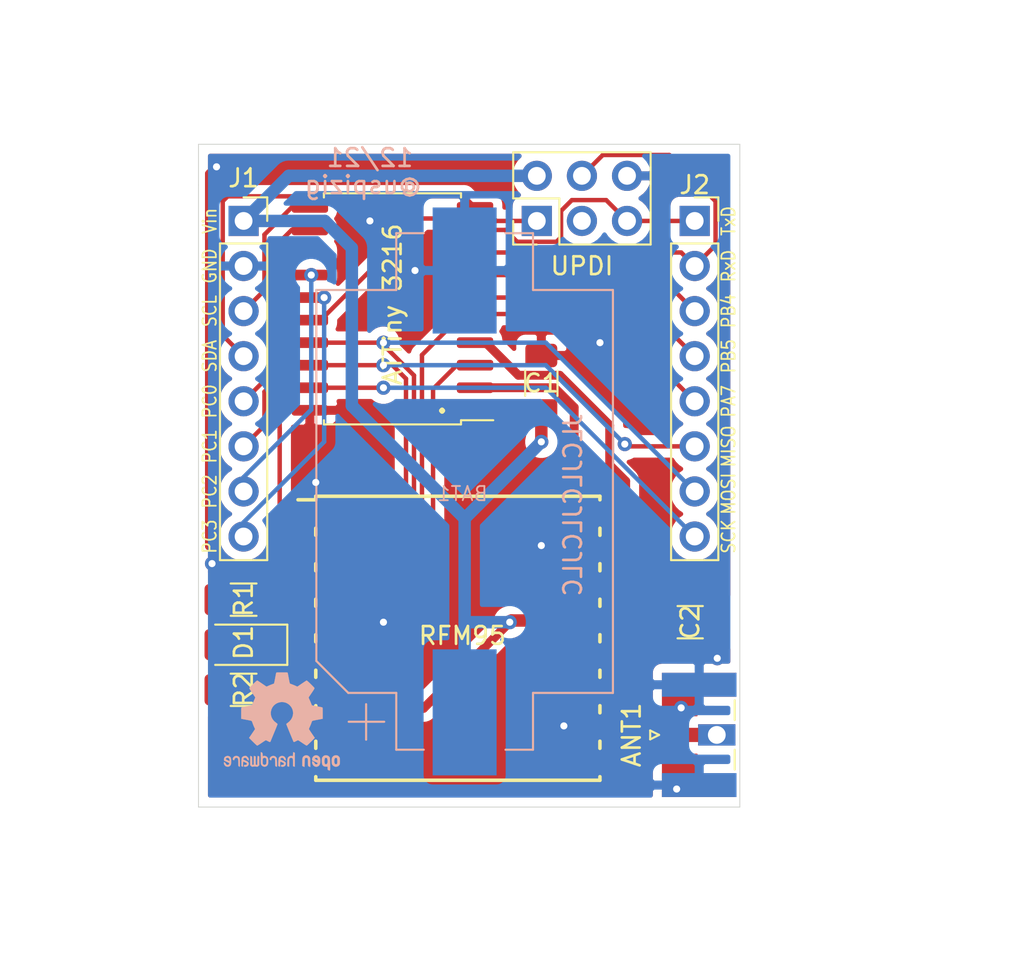
<source format=kicad_pcb>
(kicad_pcb (version 20171130) (host pcbnew "(5.1.10)-1")

  (general
    (thickness 1.6)
    (drawings 26)
    (tracks 174)
    (zones 0)
    (modules 13)
    (nets 29)
  )

  (page A4)
  (layers
    (0 F.Cu signal)
    (31 B.Cu signal)
    (32 B.Adhes user)
    (33 F.Adhes user)
    (34 B.Paste user)
    (35 F.Paste user)
    (36 B.SilkS user)
    (37 F.SilkS user)
    (38 B.Mask user)
    (39 F.Mask user)
    (40 Dwgs.User user)
    (41 Cmts.User user)
    (42 Eco1.User user)
    (43 Eco2.User user)
    (44 Edge.Cuts user)
    (45 Margin user)
    (46 B.CrtYd user)
    (47 F.CrtYd user)
    (48 B.Fab user)
    (49 F.Fab user)
  )

  (setup
    (last_trace_width 0.25)
    (trace_clearance 0.2)
    (zone_clearance 0.508)
    (zone_45_only no)
    (trace_min 0.2)
    (via_size 0.8)
    (via_drill 0.4)
    (via_min_size 0.4)
    (via_min_drill 0.3)
    (uvia_size 0.3)
    (uvia_drill 0.1)
    (uvias_allowed no)
    (uvia_min_size 0.2)
    (uvia_min_drill 0.1)
    (edge_width 0.05)
    (segment_width 0.2)
    (pcb_text_width 0.3)
    (pcb_text_size 1.5 1.5)
    (mod_edge_width 0.12)
    (mod_text_size 1 1)
    (mod_text_width 0.15)
    (pad_size 1 1)
    (pad_drill 0)
    (pad_to_mask_clearance 0)
    (aux_axis_origin 0 0)
    (visible_elements 7FFFFFFF)
    (pcbplotparams
      (layerselection 0x010fc_ffffffff)
      (usegerberextensions true)
      (usegerberattributes true)
      (usegerberadvancedattributes true)
      (creategerberjobfile true)
      (excludeedgelayer true)
      (linewidth 0.100000)
      (plotframeref false)
      (viasonmask false)
      (mode 1)
      (useauxorigin false)
      (hpglpennumber 1)
      (hpglpenspeed 20)
      (hpglpendiameter 15.000000)
      (psnegative false)
      (psa4output false)
      (plotreference true)
      (plotvalue true)
      (plotinvisibletext false)
      (padsonsilk false)
      (subtractmaskfromsilk false)
      (outputformat 1)
      (mirror false)
      (drillshape 0)
      (scaleselection 1)
      (outputdirectory "../../../../Documents/Arduino/08Layout/attnodev4/gerberv4/"))
  )

  (net 0 "")
  (net 1 "Net-(ANT1-Pad1)")
  (net 2 GND)
  (net 3 +3V3)
  (net 4 "Net-(D1-Pad2)")
  (net 5 PB0)
  (net 6 PB1)
  (net 7 PC0)
  (net 8 PC1)
  (net 9 PC2)
  (net 10 PC3)
  (net 11 SCK)
  (net 12 MOSI)
  (net 13 MISO)
  (net 14 PA7)
  (net 15 PB5)
  (net 16 PB4)
  (net 17 PB3)
  (net 18 PB2)
  (net 19 RST)
  (net 20 "Net-(PRG1-Pad3)")
  (net 21 NSS)
  (net 22 "Net-(RFM95-Pad6)")
  (net 23 "Net-(RFM95-Pad7)")
  (net 24 "Net-(RFM95-Pad11)")
  (net 25 "Net-(RFM95-Pad12)")
  (net 26 DIO0)
  (net 27 DIO1)
  (net 28 "Net-(RFM95-Pad16)")

  (net_class Default "Dies ist die voreingestellte Netzklasse."
    (clearance 0.2)
    (trace_width 0.25)
    (via_dia 0.8)
    (via_drill 0.4)
    (uvia_dia 0.3)
    (uvia_drill 0.1)
    (add_net +3V3)
    (add_net DIO0)
    (add_net DIO1)
    (add_net GND)
    (add_net MISO)
    (add_net MOSI)
    (add_net NSS)
    (add_net "Net-(ANT1-Pad1)")
    (add_net "Net-(D1-Pad2)")
    (add_net "Net-(PRG1-Pad3)")
    (add_net "Net-(RFM95-Pad11)")
    (add_net "Net-(RFM95-Pad12)")
    (add_net "Net-(RFM95-Pad16)")
    (add_net "Net-(RFM95-Pad6)")
    (add_net "Net-(RFM95-Pad7)")
    (add_net PA7)
    (add_net PB0)
    (add_net PB1)
    (add_net PB2)
    (add_net PB3)
    (add_net PB4)
    (add_net PB5)
    (add_net PC0)
    (add_net PC1)
    (add_net PC2)
    (add_net PC3)
    (add_net RST)
    (add_net SCK)
  )

  (module Symbol:OSHW-Logo2_7.3x6mm_SilkScreen (layer B.Cu) (tedit 0) (tstamp 5FB1DA54)
    (at 60.579 73.914 180)
    (descr "Open Source Hardware Symbol")
    (tags "Logo Symbol OSHW")
    (attr virtual)
    (fp_text reference OSHW (at 0 0) (layer B.SilkS) hide
      (effects (font (size 1 1) (thickness 0.15)) (justify mirror))
    )
    (fp_text value OSHW-Logo2_7.3x6mm_SilkScreen (at 0.75 0) (layer B.Fab) hide
      (effects (font (size 1 1) (thickness 0.15)) (justify mirror))
    )
    (fp_poly (pts (xy -2.400256 -1.919918) (xy -2.344799 -1.947568) (xy -2.295852 -1.99848) (xy -2.282371 -2.017338)
      (xy -2.267686 -2.042015) (xy -2.258158 -2.068816) (xy -2.252707 -2.104587) (xy -2.250253 -2.156169)
      (xy -2.249714 -2.224267) (xy -2.252148 -2.317588) (xy -2.260606 -2.387657) (xy -2.276826 -2.439931)
      (xy -2.302546 -2.479869) (xy -2.339503 -2.512929) (xy -2.342218 -2.514886) (xy -2.37864 -2.534908)
      (xy -2.422498 -2.544815) (xy -2.478276 -2.547257) (xy -2.568952 -2.547257) (xy -2.56899 -2.635283)
      (xy -2.569834 -2.684308) (xy -2.574976 -2.713065) (xy -2.588413 -2.730311) (xy -2.614142 -2.744808)
      (xy -2.620321 -2.747769) (xy -2.649236 -2.761648) (xy -2.671624 -2.770414) (xy -2.688271 -2.771171)
      (xy -2.699964 -2.761023) (xy -2.70749 -2.737073) (xy -2.711634 -2.696426) (xy -2.713185 -2.636186)
      (xy -2.712929 -2.553455) (xy -2.711651 -2.445339) (xy -2.711252 -2.413) (xy -2.709815 -2.301524)
      (xy -2.708528 -2.228603) (xy -2.569029 -2.228603) (xy -2.568245 -2.290499) (xy -2.56476 -2.330997)
      (xy -2.556876 -2.357708) (xy -2.542895 -2.378244) (xy -2.533403 -2.38826) (xy -2.494596 -2.417567)
      (xy -2.460237 -2.419952) (xy -2.424784 -2.39575) (xy -2.423886 -2.394857) (xy -2.409461 -2.376153)
      (xy -2.400687 -2.350732) (xy -2.396261 -2.311584) (xy -2.394882 -2.251697) (xy -2.394857 -2.23843)
      (xy -2.398188 -2.155901) (xy -2.409031 -2.098691) (xy -2.42866 -2.063766) (xy -2.45835 -2.048094)
      (xy -2.475509 -2.046514) (xy -2.516234 -2.053926) (xy -2.544168 -2.07833) (xy -2.560983 -2.12298)
      (xy -2.56835 -2.19113) (xy -2.569029 -2.228603) (xy -2.708528 -2.228603) (xy -2.708292 -2.215245)
      (xy -2.706323 -2.150333) (xy -2.70355 -2.102958) (xy -2.699612 -2.06929) (xy -2.694151 -2.045498)
      (xy -2.686808 -2.027753) (xy -2.677223 -2.012224) (xy -2.673113 -2.006381) (xy -2.618595 -1.951185)
      (xy -2.549664 -1.91989) (xy -2.469928 -1.911165) (xy -2.400256 -1.919918)) (layer B.SilkS) (width 0.01))
    (fp_poly (pts (xy -1.283907 -1.92778) (xy -1.237328 -1.954723) (xy -1.204943 -1.981466) (xy -1.181258 -2.009484)
      (xy -1.164941 -2.043748) (xy -1.154661 -2.089227) (xy -1.149086 -2.150892) (xy -1.146884 -2.233711)
      (xy -1.146629 -2.293246) (xy -1.146629 -2.512391) (xy -1.208314 -2.540044) (xy -1.27 -2.567697)
      (xy -1.277257 -2.32767) (xy -1.280256 -2.238028) (xy -1.283402 -2.172962) (xy -1.287299 -2.128026)
      (xy -1.292553 -2.09877) (xy -1.299769 -2.080748) (xy -1.30955 -2.069511) (xy -1.312688 -2.067079)
      (xy -1.360239 -2.048083) (xy -1.408303 -2.0556) (xy -1.436914 -2.075543) (xy -1.448553 -2.089675)
      (xy -1.456609 -2.10822) (xy -1.461729 -2.136334) (xy -1.464559 -2.179173) (xy -1.465744 -2.241895)
      (xy -1.465943 -2.307261) (xy -1.465982 -2.389268) (xy -1.467386 -2.447316) (xy -1.472086 -2.486465)
      (xy -1.482013 -2.51178) (xy -1.499097 -2.528323) (xy -1.525268 -2.541156) (xy -1.560225 -2.554491)
      (xy -1.598404 -2.569007) (xy -1.593859 -2.311389) (xy -1.592029 -2.218519) (xy -1.589888 -2.149889)
      (xy -1.586819 -2.100711) (xy -1.582206 -2.066198) (xy -1.575432 -2.041562) (xy -1.565881 -2.022016)
      (xy -1.554366 -2.00477) (xy -1.49881 -1.94968) (xy -1.43102 -1.917822) (xy -1.357287 -1.910191)
      (xy -1.283907 -1.92778)) (layer B.SilkS) (width 0.01))
    (fp_poly (pts (xy -2.958885 -1.921962) (xy -2.890855 -1.957733) (xy -2.840649 -2.015301) (xy -2.822815 -2.052312)
      (xy -2.808937 -2.107882) (xy -2.801833 -2.178096) (xy -2.80116 -2.254727) (xy -2.806573 -2.329552)
      (xy -2.81773 -2.394342) (xy -2.834286 -2.440873) (xy -2.839374 -2.448887) (xy -2.899645 -2.508707)
      (xy -2.971231 -2.544535) (xy -3.048908 -2.55502) (xy -3.127452 -2.53881) (xy -3.149311 -2.529092)
      (xy -3.191878 -2.499143) (xy -3.229237 -2.459433) (xy -3.232768 -2.454397) (xy -3.247119 -2.430124)
      (xy -3.256606 -2.404178) (xy -3.26221 -2.370022) (xy -3.264914 -2.321119) (xy -3.265701 -2.250935)
      (xy -3.265714 -2.2352) (xy -3.265678 -2.230192) (xy -3.120571 -2.230192) (xy -3.119727 -2.29643)
      (xy -3.116404 -2.340386) (xy -3.109417 -2.368779) (xy -3.097584 -2.388325) (xy -3.091543 -2.394857)
      (xy -3.056814 -2.41968) (xy -3.023097 -2.418548) (xy -2.989005 -2.397016) (xy -2.968671 -2.374029)
      (xy -2.956629 -2.340478) (xy -2.949866 -2.287569) (xy -2.949402 -2.281399) (xy -2.948248 -2.185513)
      (xy -2.960312 -2.114299) (xy -2.98543 -2.068194) (xy -3.02344 -2.047635) (xy -3.037008 -2.046514)
      (xy -3.072636 -2.052152) (xy -3.097006 -2.071686) (xy -3.111907 -2.109042) (xy -3.119125 -2.16815)
      (xy -3.120571 -2.230192) (xy -3.265678 -2.230192) (xy -3.265174 -2.160413) (xy -3.262904 -2.108159)
      (xy -3.257932 -2.071949) (xy -3.249287 -2.045299) (xy -3.235995 -2.021722) (xy -3.233057 -2.017338)
      (xy -3.183687 -1.958249) (xy -3.129891 -1.923947) (xy -3.064398 -1.910331) (xy -3.042158 -1.909665)
      (xy -2.958885 -1.921962)) (layer B.SilkS) (width 0.01))
    (fp_poly (pts (xy -1.831697 -1.931239) (xy -1.774473 -1.969735) (xy -1.730251 -2.025335) (xy -1.703833 -2.096086)
      (xy -1.69849 -2.148162) (xy -1.699097 -2.169893) (xy -1.704178 -2.186531) (xy -1.718145 -2.201437)
      (xy -1.745411 -2.217973) (xy -1.790388 -2.239498) (xy -1.857489 -2.269374) (xy -1.857829 -2.269524)
      (xy -1.919593 -2.297813) (xy -1.970241 -2.322933) (xy -2.004596 -2.342179) (xy -2.017482 -2.352848)
      (xy -2.017486 -2.352934) (xy -2.006128 -2.376166) (xy -1.979569 -2.401774) (xy -1.949077 -2.420221)
      (xy -1.93363 -2.423886) (xy -1.891485 -2.411212) (xy -1.855192 -2.379471) (xy -1.837483 -2.344572)
      (xy -1.820448 -2.318845) (xy -1.787078 -2.289546) (xy -1.747851 -2.264235) (xy -1.713244 -2.250471)
      (xy -1.706007 -2.249714) (xy -1.697861 -2.26216) (xy -1.69737 -2.293972) (xy -1.703357 -2.336866)
      (xy -1.714643 -2.382558) (xy -1.73005 -2.422761) (xy -1.730829 -2.424322) (xy -1.777196 -2.489062)
      (xy -1.837289 -2.533097) (xy -1.905535 -2.554711) (xy -1.976362 -2.552185) (xy -2.044196 -2.523804)
      (xy -2.047212 -2.521808) (xy -2.100573 -2.473448) (xy -2.13566 -2.410352) (xy -2.155078 -2.327387)
      (xy -2.157684 -2.304078) (xy -2.162299 -2.194055) (xy -2.156767 -2.142748) (xy -2.017486 -2.142748)
      (xy -2.015676 -2.174753) (xy -2.005778 -2.184093) (xy -1.981102 -2.177105) (xy -1.942205 -2.160587)
      (xy -1.898725 -2.139881) (xy -1.897644 -2.139333) (xy -1.860791 -2.119949) (xy -1.846 -2.107013)
      (xy -1.849647 -2.093451) (xy -1.865005 -2.075632) (xy -1.904077 -2.049845) (xy -1.946154 -2.04795)
      (xy -1.983897 -2.066717) (xy -2.009966 -2.102915) (xy -2.017486 -2.142748) (xy -2.156767 -2.142748)
      (xy -2.152806 -2.106027) (xy -2.12845 -2.036212) (xy -2.094544 -1.987302) (xy -2.033347 -1.937878)
      (xy -1.965937 -1.913359) (xy -1.89712 -1.911797) (xy -1.831697 -1.931239)) (layer B.SilkS) (width 0.01))
    (fp_poly (pts (xy -0.624114 -1.851289) (xy -0.619861 -1.910613) (xy -0.614975 -1.945572) (xy -0.608205 -1.96082)
      (xy -0.598298 -1.961015) (xy -0.595086 -1.959195) (xy -0.552356 -1.946015) (xy -0.496773 -1.946785)
      (xy -0.440263 -1.960333) (xy -0.404918 -1.977861) (xy -0.368679 -2.005861) (xy -0.342187 -2.037549)
      (xy -0.324001 -2.077813) (xy -0.312678 -2.131543) (xy -0.306778 -2.203626) (xy -0.304857 -2.298951)
      (xy -0.304823 -2.317237) (xy -0.3048 -2.522646) (xy -0.350509 -2.53858) (xy -0.382973 -2.54942)
      (xy -0.400785 -2.554468) (xy -0.401309 -2.554514) (xy -0.403063 -2.540828) (xy -0.404556 -2.503076)
      (xy -0.405674 -2.446224) (xy -0.406303 -2.375234) (xy -0.4064 -2.332073) (xy -0.406602 -2.246973)
      (xy -0.407642 -2.185981) (xy -0.410169 -2.144177) (xy -0.414836 -2.116642) (xy -0.422293 -2.098456)
      (xy -0.433189 -2.084698) (xy -0.439993 -2.078073) (xy -0.486728 -2.051375) (xy -0.537728 -2.049375)
      (xy -0.583999 -2.071955) (xy -0.592556 -2.080107) (xy -0.605107 -2.095436) (xy -0.613812 -2.113618)
      (xy -0.619369 -2.139909) (xy -0.622474 -2.179562) (xy -0.623824 -2.237832) (xy -0.624114 -2.318173)
      (xy -0.624114 -2.522646) (xy -0.669823 -2.53858) (xy -0.702287 -2.54942) (xy -0.720099 -2.554468)
      (xy -0.720623 -2.554514) (xy -0.721963 -2.540623) (xy -0.723172 -2.501439) (xy -0.724199 -2.4407)
      (xy -0.724998 -2.362141) (xy -0.725519 -2.269498) (xy -0.725714 -2.166509) (xy -0.725714 -1.769342)
      (xy -0.678543 -1.749444) (xy -0.631371 -1.729547) (xy -0.624114 -1.851289)) (layer B.SilkS) (width 0.01))
    (fp_poly (pts (xy 0.039744 -1.950968) (xy 0.096616 -1.972087) (xy 0.097267 -1.972493) (xy 0.13244 -1.99838)
      (xy 0.158407 -2.028633) (xy 0.17667 -2.068058) (xy 0.188732 -2.121462) (xy 0.196096 -2.193651)
      (xy 0.200264 -2.289432) (xy 0.200629 -2.303078) (xy 0.205876 -2.508842) (xy 0.161716 -2.531678)
      (xy 0.129763 -2.54711) (xy 0.11047 -2.554423) (xy 0.109578 -2.554514) (xy 0.106239 -2.541022)
      (xy 0.103587 -2.504626) (xy 0.101956 -2.451452) (xy 0.1016 -2.408393) (xy 0.101592 -2.338641)
      (xy 0.098403 -2.294837) (xy 0.087288 -2.273944) (xy 0.063501 -2.272925) (xy 0.022296 -2.288741)
      (xy -0.039914 -2.317815) (xy -0.085659 -2.341963) (xy -0.109187 -2.362913) (xy -0.116104 -2.385747)
      (xy -0.116114 -2.386877) (xy -0.104701 -2.426212) (xy -0.070908 -2.447462) (xy -0.019191 -2.450539)
      (xy 0.018061 -2.450006) (xy 0.037703 -2.460735) (xy 0.049952 -2.486505) (xy 0.057002 -2.519337)
      (xy 0.046842 -2.537966) (xy 0.043017 -2.540632) (xy 0.007001 -2.55134) (xy -0.043434 -2.552856)
      (xy -0.095374 -2.545759) (xy -0.132178 -2.532788) (xy -0.183062 -2.489585) (xy -0.211986 -2.429446)
      (xy -0.217714 -2.382462) (xy -0.213343 -2.340082) (xy -0.197525 -2.305488) (xy -0.166203 -2.274763)
      (xy -0.115322 -2.24399) (xy -0.040824 -2.209252) (xy -0.036286 -2.207288) (xy 0.030821 -2.176287)
      (xy 0.072232 -2.150862) (xy 0.089981 -2.128014) (xy 0.086107 -2.104745) (xy 0.062643 -2.078056)
      (xy 0.055627 -2.071914) (xy 0.00863 -2.0481) (xy -0.040067 -2.049103) (xy -0.082478 -2.072451)
      (xy -0.110616 -2.115675) (xy -0.113231 -2.12416) (xy -0.138692 -2.165308) (xy -0.170999 -2.185128)
      (xy -0.217714 -2.20477) (xy -0.217714 -2.15395) (xy -0.203504 -2.080082) (xy -0.161325 -2.012327)
      (xy -0.139376 -1.989661) (xy -0.089483 -1.960569) (xy -0.026033 -1.9474) (xy 0.039744 -1.950968)) (layer B.SilkS) (width 0.01))
    (fp_poly (pts (xy 0.529926 -1.949755) (xy 0.595858 -1.974084) (xy 0.649273 -2.017117) (xy 0.670164 -2.047409)
      (xy 0.692939 -2.102994) (xy 0.692466 -2.143186) (xy 0.668562 -2.170217) (xy 0.659717 -2.174813)
      (xy 0.62153 -2.189144) (xy 0.602028 -2.185472) (xy 0.595422 -2.161407) (xy 0.595086 -2.148114)
      (xy 0.582992 -2.09921) (xy 0.551471 -2.064999) (xy 0.507659 -2.048476) (xy 0.458695 -2.052634)
      (xy 0.418894 -2.074227) (xy 0.40545 -2.086544) (xy 0.395921 -2.101487) (xy 0.389485 -2.124075)
      (xy 0.385317 -2.159328) (xy 0.382597 -2.212266) (xy 0.380502 -2.287907) (xy 0.37996 -2.311857)
      (xy 0.377981 -2.39379) (xy 0.375731 -2.451455) (xy 0.372357 -2.489608) (xy 0.367006 -2.513004)
      (xy 0.358824 -2.526398) (xy 0.346959 -2.534545) (xy 0.339362 -2.538144) (xy 0.307102 -2.550452)
      (xy 0.288111 -2.554514) (xy 0.281836 -2.540948) (xy 0.278006 -2.499934) (xy 0.2766 -2.430999)
      (xy 0.277598 -2.333669) (xy 0.277908 -2.318657) (xy 0.280101 -2.229859) (xy 0.282693 -2.165019)
      (xy 0.286382 -2.119067) (xy 0.291864 -2.086935) (xy 0.299835 -2.063553) (xy 0.310993 -2.043852)
      (xy 0.31683 -2.03541) (xy 0.350296 -1.998057) (xy 0.387727 -1.969003) (xy 0.392309 -1.966467)
      (xy 0.459426 -1.946443) (xy 0.529926 -1.949755)) (layer B.SilkS) (width 0.01))
    (fp_poly (pts (xy 1.190117 -2.065358) (xy 1.189933 -2.173837) (xy 1.189219 -2.257287) (xy 1.187675 -2.319704)
      (xy 1.185001 -2.365085) (xy 1.180894 -2.397429) (xy 1.175055 -2.420733) (xy 1.167182 -2.438995)
      (xy 1.161221 -2.449418) (xy 1.111855 -2.505945) (xy 1.049264 -2.541377) (xy 0.980013 -2.55409)
      (xy 0.910668 -2.542463) (xy 0.869375 -2.521568) (xy 0.826025 -2.485422) (xy 0.796481 -2.441276)
      (xy 0.778655 -2.383462) (xy 0.770463 -2.306313) (xy 0.769302 -2.249714) (xy 0.769458 -2.245647)
      (xy 0.870857 -2.245647) (xy 0.871476 -2.31055) (xy 0.874314 -2.353514) (xy 0.88084 -2.381622)
      (xy 0.892523 -2.401953) (xy 0.906483 -2.417288) (xy 0.953365 -2.44689) (xy 1.003701 -2.449419)
      (xy 1.051276 -2.424705) (xy 1.054979 -2.421356) (xy 1.070783 -2.403935) (xy 1.080693 -2.383209)
      (xy 1.086058 -2.352362) (xy 1.088228 -2.304577) (xy 1.088571 -2.251748) (xy 1.087827 -2.185381)
      (xy 1.084748 -2.141106) (xy 1.078061 -2.112009) (xy 1.066496 -2.091173) (xy 1.057013 -2.080107)
      (xy 1.01296 -2.052198) (xy 0.962224 -2.048843) (xy 0.913796 -2.070159) (xy 0.90445 -2.078073)
      (xy 0.88854 -2.095647) (xy 0.87861 -2.116587) (xy 0.873278 -2.147782) (xy 0.871163 -2.196122)
      (xy 0.870857 -2.245647) (xy 0.769458 -2.245647) (xy 0.77281 -2.158568) (xy 0.784726 -2.090086)
      (xy 0.807135 -2.0386) (xy 0.842124 -1.998443) (xy 0.869375 -1.977861) (xy 0.918907 -1.955625)
      (xy 0.976316 -1.945304) (xy 1.029682 -1.948067) (xy 1.059543 -1.959212) (xy 1.071261 -1.962383)
      (xy 1.079037 -1.950557) (xy 1.084465 -1.918866) (xy 1.088571 -1.870593) (xy 1.093067 -1.816829)
      (xy 1.099313 -1.784482) (xy 1.110676 -1.765985) (xy 1.130528 -1.75377) (xy 1.143 -1.748362)
      (xy 1.190171 -1.728601) (xy 1.190117 -2.065358)) (layer B.SilkS) (width 0.01))
    (fp_poly (pts (xy 1.779833 -1.958663) (xy 1.782048 -1.99685) (xy 1.783784 -2.054886) (xy 1.784899 -2.12818)
      (xy 1.785257 -2.205055) (xy 1.785257 -2.465196) (xy 1.739326 -2.511127) (xy 1.707675 -2.539429)
      (xy 1.67989 -2.550893) (xy 1.641915 -2.550168) (xy 1.62684 -2.548321) (xy 1.579726 -2.542948)
      (xy 1.540756 -2.539869) (xy 1.531257 -2.539585) (xy 1.499233 -2.541445) (xy 1.453432 -2.546114)
      (xy 1.435674 -2.548321) (xy 1.392057 -2.551735) (xy 1.362745 -2.54432) (xy 1.33368 -2.521427)
      (xy 1.323188 -2.511127) (xy 1.277257 -2.465196) (xy 1.277257 -1.978602) (xy 1.314226 -1.961758)
      (xy 1.346059 -1.949282) (xy 1.364683 -1.944914) (xy 1.369458 -1.958718) (xy 1.373921 -1.997286)
      (xy 1.377775 -2.056356) (xy 1.380722 -2.131663) (xy 1.382143 -2.195286) (xy 1.386114 -2.445657)
      (xy 1.420759 -2.450556) (xy 1.452268 -2.447131) (xy 1.467708 -2.436041) (xy 1.472023 -2.415308)
      (xy 1.475708 -2.371145) (xy 1.478469 -2.309146) (xy 1.480012 -2.234909) (xy 1.480235 -2.196706)
      (xy 1.480457 -1.976783) (xy 1.526166 -1.960849) (xy 1.558518 -1.950015) (xy 1.576115 -1.944962)
      (xy 1.576623 -1.944914) (xy 1.578388 -1.958648) (xy 1.580329 -1.99673) (xy 1.582282 -2.054482)
      (xy 1.584084 -2.127227) (xy 1.585343 -2.195286) (xy 1.589314 -2.445657) (xy 1.6764 -2.445657)
      (xy 1.680396 -2.21724) (xy 1.684392 -1.988822) (xy 1.726847 -1.966868) (xy 1.758192 -1.951793)
      (xy 1.776744 -1.944951) (xy 1.777279 -1.944914) (xy 1.779833 -1.958663)) (layer B.SilkS) (width 0.01))
    (fp_poly (pts (xy 2.144876 -1.956335) (xy 2.186667 -1.975344) (xy 2.219469 -1.998378) (xy 2.243503 -2.024133)
      (xy 2.260097 -2.057358) (xy 2.270577 -2.1028) (xy 2.276271 -2.165207) (xy 2.278507 -2.249327)
      (xy 2.278743 -2.304721) (xy 2.278743 -2.520826) (xy 2.241774 -2.53767) (xy 2.212656 -2.549981)
      (xy 2.198231 -2.554514) (xy 2.195472 -2.541025) (xy 2.193282 -2.504653) (xy 2.191942 -2.451542)
      (xy 2.191657 -2.409372) (xy 2.190434 -2.348447) (xy 2.187136 -2.300115) (xy 2.182321 -2.270518)
      (xy 2.178496 -2.264229) (xy 2.152783 -2.270652) (xy 2.112418 -2.287125) (xy 2.065679 -2.309458)
      (xy 2.020845 -2.333457) (xy 1.986193 -2.35493) (xy 1.970002 -2.369685) (xy 1.969938 -2.369845)
      (xy 1.97133 -2.397152) (xy 1.983818 -2.423219) (xy 2.005743 -2.444392) (xy 2.037743 -2.451474)
      (xy 2.065092 -2.450649) (xy 2.103826 -2.450042) (xy 2.124158 -2.459116) (xy 2.136369 -2.483092)
      (xy 2.137909 -2.487613) (xy 2.143203 -2.521806) (xy 2.129047 -2.542568) (xy 2.092148 -2.552462)
      (xy 2.052289 -2.554292) (xy 1.980562 -2.540727) (xy 1.943432 -2.521355) (xy 1.897576 -2.475845)
      (xy 1.873256 -2.419983) (xy 1.871073 -2.360957) (xy 1.891629 -2.305953) (xy 1.922549 -2.271486)
      (xy 1.95342 -2.252189) (xy 2.001942 -2.227759) (xy 2.058485 -2.202985) (xy 2.06791 -2.199199)
      (xy 2.130019 -2.171791) (xy 2.165822 -2.147634) (xy 2.177337 -2.123619) (xy 2.16658 -2.096635)
      (xy 2.148114 -2.075543) (xy 2.104469 -2.049572) (xy 2.056446 -2.047624) (xy 2.012406 -2.067637)
      (xy 1.980709 -2.107551) (xy 1.976549 -2.117848) (xy 1.952327 -2.155724) (xy 1.916965 -2.183842)
      (xy 1.872343 -2.206917) (xy 1.872343 -2.141485) (xy 1.874969 -2.101506) (xy 1.88623 -2.069997)
      (xy 1.911199 -2.036378) (xy 1.935169 -2.010484) (xy 1.972441 -1.973817) (xy 2.001401 -1.954121)
      (xy 2.032505 -1.94622) (xy 2.067713 -1.944914) (xy 2.144876 -1.956335)) (layer B.SilkS) (width 0.01))
    (fp_poly (pts (xy 2.6526 -1.958752) (xy 2.669948 -1.966334) (xy 2.711356 -1.999128) (xy 2.746765 -2.046547)
      (xy 2.768664 -2.097151) (xy 2.772229 -2.122098) (xy 2.760279 -2.156927) (xy 2.734067 -2.175357)
      (xy 2.705964 -2.186516) (xy 2.693095 -2.188572) (xy 2.686829 -2.173649) (xy 2.674456 -2.141175)
      (xy 2.669028 -2.126502) (xy 2.63859 -2.075744) (xy 2.59452 -2.050427) (xy 2.53801 -2.051206)
      (xy 2.533825 -2.052203) (xy 2.503655 -2.066507) (xy 2.481476 -2.094393) (xy 2.466327 -2.139287)
      (xy 2.45725 -2.204615) (xy 2.453286 -2.293804) (xy 2.452914 -2.341261) (xy 2.45273 -2.416071)
      (xy 2.451522 -2.467069) (xy 2.448309 -2.499471) (xy 2.442109 -2.518495) (xy 2.43194 -2.529356)
      (xy 2.416819 -2.537272) (xy 2.415946 -2.53767) (xy 2.386828 -2.549981) (xy 2.372403 -2.554514)
      (xy 2.370186 -2.540809) (xy 2.368289 -2.502925) (xy 2.366847 -2.445715) (xy 2.365998 -2.374027)
      (xy 2.365829 -2.321565) (xy 2.366692 -2.220047) (xy 2.37007 -2.143032) (xy 2.377142 -2.086023)
      (xy 2.389088 -2.044526) (xy 2.40709 -2.014043) (xy 2.432327 -1.99008) (xy 2.457247 -1.973355)
      (xy 2.517171 -1.951097) (xy 2.586911 -1.946076) (xy 2.6526 -1.958752)) (layer B.SilkS) (width 0.01))
    (fp_poly (pts (xy 3.153595 -1.966966) (xy 3.211021 -2.004497) (xy 3.238719 -2.038096) (xy 3.260662 -2.099064)
      (xy 3.262405 -2.147308) (xy 3.258457 -2.211816) (xy 3.109686 -2.276934) (xy 3.037349 -2.310202)
      (xy 2.990084 -2.336964) (xy 2.965507 -2.360144) (xy 2.961237 -2.382667) (xy 2.974889 -2.407455)
      (xy 2.989943 -2.423886) (xy 3.033746 -2.450235) (xy 3.081389 -2.452081) (xy 3.125145 -2.431546)
      (xy 3.157289 -2.390752) (xy 3.163038 -2.376347) (xy 3.190576 -2.331356) (xy 3.222258 -2.312182)
      (xy 3.265714 -2.295779) (xy 3.265714 -2.357966) (xy 3.261872 -2.400283) (xy 3.246823 -2.435969)
      (xy 3.21528 -2.476943) (xy 3.210592 -2.482267) (xy 3.175506 -2.51872) (xy 3.145347 -2.538283)
      (xy 3.107615 -2.547283) (xy 3.076335 -2.55023) (xy 3.020385 -2.550965) (xy 2.980555 -2.54166)
      (xy 2.955708 -2.527846) (xy 2.916656 -2.497467) (xy 2.889625 -2.464613) (xy 2.872517 -2.423294)
      (xy 2.863238 -2.367521) (xy 2.859693 -2.291305) (xy 2.85941 -2.252622) (xy 2.860372 -2.206247)
      (xy 2.948007 -2.206247) (xy 2.949023 -2.231126) (xy 2.951556 -2.2352) (xy 2.968274 -2.229665)
      (xy 3.004249 -2.215017) (xy 3.052331 -2.19419) (xy 3.062386 -2.189714) (xy 3.123152 -2.158814)
      (xy 3.156632 -2.131657) (xy 3.16399 -2.10622) (xy 3.146391 -2.080481) (xy 3.131856 -2.069109)
      (xy 3.07941 -2.046364) (xy 3.030322 -2.050122) (xy 2.989227 -2.077884) (xy 2.960758 -2.127152)
      (xy 2.951631 -2.166257) (xy 2.948007 -2.206247) (xy 2.860372 -2.206247) (xy 2.861285 -2.162249)
      (xy 2.868196 -2.095384) (xy 2.881884 -2.046695) (xy 2.904096 -2.010849) (xy 2.936574 -1.982513)
      (xy 2.950733 -1.973355) (xy 3.015053 -1.949507) (xy 3.085473 -1.948006) (xy 3.153595 -1.966966)) (layer B.SilkS) (width 0.01))
    (fp_poly (pts (xy 0.10391 2.757652) (xy 0.182454 2.757222) (xy 0.239298 2.756058) (xy 0.278105 2.753793)
      (xy 0.302538 2.75006) (xy 0.316262 2.744494) (xy 0.32294 2.736727) (xy 0.326236 2.726395)
      (xy 0.326556 2.725057) (xy 0.331562 2.700921) (xy 0.340829 2.653299) (xy 0.353392 2.587259)
      (xy 0.368287 2.507872) (xy 0.384551 2.420204) (xy 0.385119 2.417125) (xy 0.40141 2.331211)
      (xy 0.416652 2.255304) (xy 0.429861 2.193955) (xy 0.440054 2.151718) (xy 0.446248 2.133145)
      (xy 0.446543 2.132816) (xy 0.464788 2.123747) (xy 0.502405 2.108633) (xy 0.551271 2.090738)
      (xy 0.551543 2.090642) (xy 0.613093 2.067507) (xy 0.685657 2.038035) (xy 0.754057 2.008403)
      (xy 0.757294 2.006938) (xy 0.868702 1.956374) (xy 1.115399 2.12484) (xy 1.191077 2.176197)
      (xy 1.259631 2.222111) (xy 1.317088 2.25997) (xy 1.359476 2.287163) (xy 1.382825 2.301079)
      (xy 1.385042 2.302111) (xy 1.40201 2.297516) (xy 1.433701 2.275345) (xy 1.481352 2.234553)
      (xy 1.546198 2.174095) (xy 1.612397 2.109773) (xy 1.676214 2.046388) (xy 1.733329 1.988549)
      (xy 1.780305 1.939825) (xy 1.813703 1.90379) (xy 1.830085 1.884016) (xy 1.830694 1.882998)
      (xy 1.832505 1.869428) (xy 1.825683 1.847267) (xy 1.80854 1.813522) (xy 1.779393 1.7652)
      (xy 1.736555 1.699308) (xy 1.679448 1.614483) (xy 1.628766 1.539823) (xy 1.583461 1.47286)
      (xy 1.54615 1.417484) (xy 1.519452 1.37758) (xy 1.505985 1.357038) (xy 1.505137 1.355644)
      (xy 1.506781 1.335962) (xy 1.519245 1.297707) (xy 1.540048 1.248111) (xy 1.547462 1.232272)
      (xy 1.579814 1.16171) (xy 1.614328 1.081647) (xy 1.642365 1.012371) (xy 1.662568 0.960955)
      (xy 1.678615 0.921881) (xy 1.687888 0.901459) (xy 1.689041 0.899886) (xy 1.706096 0.897279)
      (xy 1.746298 0.890137) (xy 1.804302 0.879477) (xy 1.874763 0.866315) (xy 1.952335 0.851667)
      (xy 2.031672 0.836551) (xy 2.107431 0.821982) (xy 2.174264 0.808978) (xy 2.226828 0.798555)
      (xy 2.259776 0.79173) (xy 2.267857 0.789801) (xy 2.276205 0.785038) (xy 2.282506 0.774282)
      (xy 2.287045 0.753902) (xy 2.290104 0.720266) (xy 2.291967 0.669745) (xy 2.292918 0.598708)
      (xy 2.29324 0.503524) (xy 2.293257 0.464508) (xy 2.293257 0.147201) (xy 2.217057 0.132161)
      (xy 2.174663 0.124005) (xy 2.1114 0.112101) (xy 2.034962 0.097884) (xy 1.953043 0.08279)
      (xy 1.9304 0.078645) (xy 1.854806 0.063947) (xy 1.788953 0.049495) (xy 1.738366 0.036625)
      (xy 1.708574 0.026678) (xy 1.703612 0.023713) (xy 1.691426 0.002717) (xy 1.673953 -0.037967)
      (xy 1.654577 -0.090322) (xy 1.650734 -0.1016) (xy 1.625339 -0.171523) (xy 1.593817 -0.250418)
      (xy 1.562969 -0.321266) (xy 1.562817 -0.321595) (xy 1.511447 -0.432733) (xy 1.680399 -0.681253)
      (xy 1.849352 -0.929772) (xy 1.632429 -1.147058) (xy 1.566819 -1.211726) (xy 1.506979 -1.268733)
      (xy 1.456267 -1.315033) (xy 1.418046 -1.347584) (xy 1.395675 -1.363343) (xy 1.392466 -1.364343)
      (xy 1.373626 -1.356469) (xy 1.33518 -1.334578) (xy 1.28133 -1.301267) (xy 1.216276 -1.259131)
      (xy 1.14594 -1.211943) (xy 1.074555 -1.16381) (xy 1.010908 -1.121928) (xy 0.959041 -1.088871)
      (xy 0.922995 -1.067218) (xy 0.906867 -1.059543) (xy 0.887189 -1.066037) (xy 0.849875 -1.08315)
      (xy 0.802621 -1.107326) (xy 0.797612 -1.110013) (xy 0.733977 -1.141927) (xy 0.690341 -1.157579)
      (xy 0.663202 -1.157745) (xy 0.649057 -1.143204) (xy 0.648975 -1.143) (xy 0.641905 -1.125779)
      (xy 0.625042 -1.084899) (xy 0.599695 -1.023525) (xy 0.567171 -0.944819) (xy 0.528778 -0.851947)
      (xy 0.485822 -0.748072) (xy 0.444222 -0.647502) (xy 0.398504 -0.536516) (xy 0.356526 -0.433703)
      (xy 0.319548 -0.342215) (xy 0.288827 -0.265201) (xy 0.265622 -0.205815) (xy 0.25119 -0.167209)
      (xy 0.246743 -0.1528) (xy 0.257896 -0.136272) (xy 0.287069 -0.10993) (xy 0.325971 -0.080887)
      (xy 0.436757 0.010961) (xy 0.523351 0.116241) (xy 0.584716 0.232734) (xy 0.619815 0.358224)
      (xy 0.627608 0.490493) (xy 0.621943 0.551543) (xy 0.591078 0.678205) (xy 0.53792 0.790059)
      (xy 0.465767 0.885999) (xy 0.377917 0.964924) (xy 0.277665 1.02573) (xy 0.16831 1.067313)
      (xy 0.053147 1.088572) (xy -0.064525 1.088401) (xy -0.18141 1.065699) (xy -0.294211 1.019362)
      (xy -0.399631 0.948287) (xy -0.443632 0.908089) (xy -0.528021 0.804871) (xy -0.586778 0.692075)
      (xy -0.620296 0.57299) (xy -0.628965 0.450905) (xy -0.613177 0.329107) (xy -0.573322 0.210884)
      (xy -0.509793 0.099525) (xy -0.422979 -0.001684) (xy -0.325971 -0.080887) (xy -0.285563 -0.111162)
      (xy -0.257018 -0.137219) (xy -0.246743 -0.152825) (xy -0.252123 -0.169843) (xy -0.267425 -0.2105)
      (xy -0.291388 -0.271642) (xy -0.322756 -0.350119) (xy -0.360268 -0.44278) (xy -0.402667 -0.546472)
      (xy -0.444337 -0.647526) (xy -0.49031 -0.758607) (xy -0.532893 -0.861541) (xy -0.570779 -0.953165)
      (xy -0.60266 -1.030316) (xy -0.627229 -1.089831) (xy -0.64318 -1.128544) (xy -0.64909 -1.143)
      (xy -0.663052 -1.157685) (xy -0.69006 -1.157642) (xy -0.733587 -1.142099) (xy -0.79711 -1.110284)
      (xy -0.797612 -1.110013) (xy -0.84544 -1.085323) (xy -0.884103 -1.067338) (xy -0.905905 -1.059614)
      (xy -0.906867 -1.059543) (xy -0.923279 -1.067378) (xy -0.959513 -1.089165) (xy -1.011526 -1.122328)
      (xy -1.075275 -1.164291) (xy -1.14594 -1.211943) (xy -1.217884 -1.260191) (xy -1.282726 -1.302151)
      (xy -1.336265 -1.335227) (xy -1.374303 -1.356821) (xy -1.392467 -1.364343) (xy -1.409192 -1.354457)
      (xy -1.44282 -1.326826) (xy -1.48999 -1.284495) (xy -1.547342 -1.230505) (xy -1.611516 -1.167899)
      (xy -1.632503 -1.146983) (xy -1.849501 -0.929623) (xy -1.684332 -0.68722) (xy -1.634136 -0.612781)
      (xy -1.590081 -0.545972) (xy -1.554638 -0.490665) (xy -1.530281 -0.450729) (xy -1.519478 -0.430036)
      (xy -1.519162 -0.428563) (xy -1.524857 -0.409058) (xy -1.540174 -0.369822) (xy -1.562463 -0.31743)
      (xy -1.578107 -0.282355) (xy -1.607359 -0.215201) (xy -1.634906 -0.147358) (xy -1.656263 -0.090034)
      (xy -1.662065 -0.072572) (xy -1.678548 -0.025938) (xy -1.69466 0.010095) (xy -1.70351 0.023713)
      (xy -1.72304 0.032048) (xy -1.765666 0.043863) (xy -1.825855 0.057819) (xy -1.898078 0.072578)
      (xy -1.9304 0.078645) (xy -2.012478 0.093727) (xy -2.091205 0.108331) (xy -2.158891 0.12102)
      (xy -2.20784 0.130358) (xy -2.217057 0.132161) (xy -2.293257 0.147201) (xy -2.293257 0.464508)
      (xy -2.293086 0.568846) (xy -2.292384 0.647787) (xy -2.290866 0.704962) (xy -2.288251 0.744001)
      (xy -2.284254 0.768535) (xy -2.278591 0.782195) (xy -2.27098 0.788611) (xy -2.267857 0.789801)
      (xy -2.249022 0.79402) (xy -2.207412 0.802438) (xy -2.14837 0.814039) (xy -2.077243 0.827805)
      (xy -1.999375 0.84272) (xy -1.920113 0.857768) (xy -1.844802 0.871931) (xy -1.778787 0.884194)
      (xy -1.727413 0.893539) (xy -1.696025 0.89895) (xy -1.689041 0.899886) (xy -1.682715 0.912404)
      (xy -1.66871 0.945754) (xy -1.649645 0.993623) (xy -1.642366 1.012371) (xy -1.613004 1.084805)
      (xy -1.578429 1.16483) (xy -1.547463 1.232272) (xy -1.524677 1.283841) (xy -1.509518 1.326215)
      (xy -1.504458 1.352166) (xy -1.505264 1.355644) (xy -1.515959 1.372064) (xy -1.54038 1.408583)
      (xy -1.575905 1.461313) (xy -1.619913 1.526365) (xy -1.669783 1.599849) (xy -1.679644 1.614355)
      (xy -1.737508 1.700296) (xy -1.780044 1.765739) (xy -1.808946 1.813696) (xy -1.82591 1.84718)
      (xy -1.832633 1.869205) (xy -1.83081 1.882783) (xy -1.830764 1.882869) (xy -1.816414 1.900703)
      (xy -1.784677 1.935183) (xy -1.73899 1.982732) (xy -1.682796 2.039778) (xy -1.619532 2.102745)
      (xy -1.612398 2.109773) (xy -1.53267 2.18698) (xy -1.471143 2.24367) (xy -1.426579 2.28089)
      (xy -1.397743 2.299685) (xy -1.385042 2.302111) (xy -1.366506 2.291529) (xy -1.328039 2.267084)
      (xy -1.273614 2.231388) (xy -1.207202 2.187053) (xy -1.132775 2.136689) (xy -1.115399 2.12484)
      (xy -0.868703 1.956374) (xy -0.757294 2.006938) (xy -0.689543 2.036405) (xy -0.616817 2.066041)
      (xy -0.554297 2.08967) (xy -0.551543 2.090642) (xy -0.50264 2.108543) (xy -0.464943 2.12368)
      (xy -0.446575 2.13279) (xy -0.446544 2.132816) (xy -0.440715 2.149283) (xy -0.430808 2.189781)
      (xy -0.417805 2.249758) (xy -0.402691 2.32466) (xy -0.386448 2.409936) (xy -0.385119 2.417125)
      (xy -0.368825 2.504986) (xy -0.353867 2.58474) (xy -0.341209 2.651319) (xy -0.331814 2.699653)
      (xy -0.326646 2.724675) (xy -0.326556 2.725057) (xy -0.323411 2.735701) (xy -0.317296 2.743738)
      (xy -0.304547 2.749533) (xy -0.2815 2.753453) (xy -0.244491 2.755865) (xy -0.189856 2.757135)
      (xy -0.113933 2.757629) (xy -0.013056 2.757714) (xy 0 2.757714) (xy 0.10391 2.757652)) (layer B.SilkS) (width 0.01))
  )

  (module SMA_Multi:SMA_Edge_UFL_Combo (layer F.Cu) (tedit 5FB1220E) (tstamp 5FB1928C)
    (at 84.074 74.676 90)
    (descr "Connector SMA, 0Hz to 20GHz, 50Ohm, Edge Mount (http://suddendocs.samtec.com/prints/sma-j-p-x-st-em1-mkt.pdf)")
    (tags "SMA Straight Samtec Edge Mount")
    (path /5D699DFD)
    (attr smd)
    (fp_text reference ANT1 (at 0 -3.81 270) (layer F.SilkS)
      (effects (font (size 1 1) (thickness 0.15)))
    )
    (fp_text value Antenna (at 0 13 90) (layer F.Fab)
      (effects (font (size 1 1) (thickness 0.15)))
    )
    (fp_line (start 0.84 2) (end 1.95 2) (layer F.SilkS) (width 0.12))
    (fp_line (start -1.95 2) (end -0.84 2) (layer F.SilkS) (width 0.12))
    (fp_line (start 3.68 2.6) (end 3.68 12.12) (layer B.CrtYd) (width 0.05))
    (fp_line (start 4 2.6) (end 3.68 2.6) (layer B.CrtYd) (width 0.05))
    (fp_line (start -3.68 12.12) (end -3.68 2.6) (layer B.CrtYd) (width 0.05))
    (fp_line (start -3.68 2.6) (end -4 2.6) (layer B.CrtYd) (width 0.05))
    (fp_line (start 3.68 2.6) (end 3.68 12.12) (layer F.CrtYd) (width 0.05))
    (fp_line (start 3.68 2.6) (end 4 2.6) (layer F.CrtYd) (width 0.05))
    (fp_line (start -3.68 12.12) (end -3.68 2.6) (layer F.CrtYd) (width 0.05))
    (fp_line (start -3.68 2.6) (end -4 2.6) (layer F.CrtYd) (width 0.05))
    (fp_line (start 4.1 2.1) (end -4.1 2.1) (layer Dwgs.User) (width 0.1))
    (fp_line (start -3.175 -1.71) (end -3.175 11.62) (layer F.Fab) (width 0.1))
    (fp_line (start -2.365 -1.71) (end -3.175 -1.71) (layer F.Fab) (width 0.1))
    (fp_line (start -2.365 2.1) (end -2.365 -1.71) (layer F.Fab) (width 0.1))
    (fp_line (start 2.365 2.1) (end -2.365 2.1) (layer F.Fab) (width 0.1))
    (fp_line (start 2.365 -1.71) (end 2.365 2.1) (layer F.Fab) (width 0.1))
    (fp_line (start 3.175 -1.71) (end 2.365 -1.71) (layer F.Fab) (width 0.1))
    (fp_line (start 3.175 -1.71) (end 3.175 11.62) (layer F.Fab) (width 0.1))
    (fp_line (start 3.165 11.62) (end -3.165 11.62) (layer F.Fab) (width 0.1))
    (fp_line (start -4 -2.6) (end 4 -2.6) (layer B.CrtYd) (width 0.05))
    (fp_line (start -4 2.6) (end -4 -2.6) (layer B.CrtYd) (width 0.05))
    (fp_line (start 3.68 12.12) (end -3.68 12.12) (layer B.CrtYd) (width 0.05))
    (fp_line (start 4 2.6) (end 4 -2.6) (layer B.CrtYd) (width 0.05))
    (fp_line (start -4 -2.6) (end 4 -2.6) (layer F.CrtYd) (width 0.05))
    (fp_line (start -4 2.6) (end -4 -2.6) (layer F.CrtYd) (width 0.05))
    (fp_line (start 3.68 12.12) (end -3.68 12.12) (layer F.CrtYd) (width 0.05))
    (fp_line (start 4 2.6) (end 4 -2.6) (layer F.CrtYd) (width 0.05))
    (fp_line (start 0.64 2.1) (end 0 3.1) (layer F.Fab) (width 0.1))
    (fp_line (start 0 3.1) (end -0.64 2.1) (layer F.Fab) (width 0.1))
    (fp_line (start 0 -2.26) (end 0.25 -2.76) (layer F.SilkS) (width 0.12))
    (fp_line (start 0.25 -2.76) (end -0.25 -2.76) (layer F.SilkS) (width 0.12))
    (fp_line (start -0.25 -2.76) (end 0 -2.26) (layer F.SilkS) (width 0.12))
    (fp_text user %R (at 0 4.79 270) (layer F.Fab) hide
      (effects (font (size 1 1) (thickness 0.15)))
    )
    (fp_text user "PCB Edge" (at 0 2.6 90) (layer Dwgs.User)
      (effects (font (size 0.5 0.5) (thickness 0.1)))
    )
    (pad 2 smd custom (at -3.00228 -1.6002 90) (size 1 1) (layers F.Cu F.Paste F.Mask)
      (net 2 GND) (zone_connect 0)
      (options (clearance outline) (anchor rect))
      (primitives
        (gr_poly (pts
           (xy -0.5 -0.5) (xy 1.95 -0.5) (xy 1.95 1.5) (xy 0.85 1.5) (xy 0.85 3.7)
           (xy -0.5 3.7)) (width 0))
      ))
    (pad 2 smd custom (at 1.5494 -1.6002 90) (size 1 1) (layers F.Cu F.Paste F.Mask)
      (net 2 GND) (zone_connect 0)
      (options (clearance outline) (anchor rect))
      (primitives
        (gr_poly (pts
           (xy -0.5 -0.5) (xy 1.95 -0.5) (xy 1.95 3.7) (xy 0.6 3.7) (xy 0.6 1.5)
           (xy -0.5 1.5)) (width 0))
      ))
    (pad 2 smd rect (at -2.825 0 90) (size 1.35 4.2) (layers B.Cu B.Paste B.Mask)
      (net 2 GND))
    (pad 2 smd rect (at 2.825 0 90) (size 1.35 4.2) (layers B.Cu B.Paste B.Mask)
      (net 2 GND))
    (pad 1 thru_hole rect (at 0 0.9906 90) (size 1.2 2.1) (drill 1) (layers *.Cu *.Mask)
      (net 1 "Net-(ANT1-Pad1)"))
    (model ${KISYS3DMOD}/Connector_Coaxial.3dshapes/SMA_Samtec_SMA-J-P-X-ST-EM1_EdgeMount.wrl
      (at (xyz 0 0 0))
      (scale (xyz 1 1 1))
      (rotate (xyz 0 0 0))
    )
  )

  (module battery_holder:BatteryHolder_Keystone_1060_1x2032_Long_Pad (layer B.Cu) (tedit 5E2D666C) (tstamp 5FB192CA)
    (at 70.866 60.96 90)
    (descr http://www.keyelco.com/product-pdf.cfm?p=726)
    (tags "CR2032 BR2032 BatteryHolder Battery")
    (path /5D6F40EE)
    (attr smd)
    (fp_text reference BAT1 (at -0.127 -0.127) (layer B.SilkS)
      (effects (font (size 0.8 0.8) (thickness 0.1)) (justify mirror))
    )
    (fp_text value Battery_Cell (at 0 11.75 -90) (layer B.Fab)
      (effects (font (size 1 1) (thickness 0.15)) (justify mirror))
    )
    (fp_line (start -11.98524 -5.54736) (end -13.98524 -5.54736) (layer B.SilkS) (width 0.12))
    (fp_line (start -12.97432 -4.5278) (end -12.97432 -6.5278) (layer B.SilkS) (width 0.12))
    (fp_line (start 11.5 8.5) (end 6.5 8.5) (layer B.CrtYd) (width 0.05))
    (fp_line (start 11.5 -4) (end 11.5 -8.5) (layer B.CrtYd) (width 0.05))
    (fp_line (start 14.7 -4) (end 11.5 -4) (layer B.CrtYd) (width 0.05))
    (fp_line (start 14.7 -2.3) (end 14.7 -4) (layer B.CrtYd) (width 0.05))
    (fp_line (start 16.45 -2.3) (end 14.7 -2.3) (layer B.CrtYd) (width 0.05))
    (fp_line (start 16.45 2.3) (end 16.45 -2.3) (layer B.CrtYd) (width 0.05))
    (fp_line (start 14.7 2.3) (end 16.45 2.3) (layer B.CrtYd) (width 0.05))
    (fp_line (start 14.7 4) (end 14.7 2.3) (layer B.CrtYd) (width 0.05))
    (fp_line (start 11.5 4) (end 14.7 4) (layer B.CrtYd) (width 0.05))
    (fp_line (start 11.5 8.5) (end 11.5 4) (layer B.CrtYd) (width 0.05))
    (fp_line (start -11.5 8.5) (end -6.5 8.5) (layer B.CrtYd) (width 0.05))
    (fp_line (start -11.5 4) (end -11.5 8.5) (layer B.CrtYd) (width 0.05))
    (fp_line (start -14.7 4) (end -11.5 4) (layer B.CrtYd) (width 0.05))
    (fp_line (start -14.7 2.3) (end -14.7 4) (layer B.CrtYd) (width 0.05))
    (fp_line (start -14.7 2.3) (end -16.45 2.3) (layer B.CrtYd) (width 0.05))
    (fp_line (start -16.45 -2.3) (end -16.45 2.3) (layer B.CrtYd) (width 0.05))
    (fp_line (start -14.7 -2.3) (end -16.45 -2.3) (layer B.CrtYd) (width 0.05))
    (fp_line (start -14.7 -4) (end -14.7 -2.3) (layer B.CrtYd) (width 0.05))
    (fp_line (start -14.7 -4) (end -11.5 -4) (layer B.CrtYd) (width 0.05))
    (fp_line (start -11.5 -4) (end -11.5 -8.5) (layer B.CrtYd) (width 0.05))
    (fp_line (start -6.5 -8.5) (end -11.5 -8.5) (layer B.CrtYd) (width 0.05))
    (fp_line (start 11.5 -8.5) (end 6.5 -8.5) (layer B.CrtYd) (width 0.05))
    (fp_line (start 11.35 8.35) (end 11.35 3.85) (layer B.SilkS) (width 0.12))
    (fp_line (start -11.35 8.35) (end -11.35 3.85) (layer B.SilkS) (width 0.12))
    (fp_line (start -11.35 8.35) (end 11.35 8.35) (layer B.SilkS) (width 0.12))
    (fp_line (start 14.55 3.85) (end 14.55 2.3) (layer B.SilkS) (width 0.12))
    (fp_line (start 11.35 3.85) (end 14.55 3.85) (layer B.SilkS) (width 0.12))
    (fp_line (start -14.55 3.85) (end -14.55 2.3) (layer B.SilkS) (width 0.12))
    (fp_line (start -11.35 3.85) (end -14.55 3.85) (layer B.SilkS) (width 0.12))
    (fp_line (start -14.55 -3.85) (end -14.55 -2.3) (layer B.SilkS) (width 0.12))
    (fp_line (start -11.35 -3.85) (end -14.55 -3.85) (layer B.SilkS) (width 0.12))
    (fp_line (start -9.55 -8.35) (end -11.35 -6.55) (layer B.SilkS) (width 0.12))
    (fp_line (start -11.35 -6.55) (end -11.35 -3.85) (layer B.SilkS) (width 0.12))
    (fp_line (start 11.35 -8.35) (end -9.55 -8.35) (layer B.SilkS) (width 0.12))
    (fp_line (start 11.35 -8.35) (end 11.35 -3.85) (layer B.SilkS) (width 0.12))
    (fp_line (start 14.55 -3.85) (end 14.55 -2.3) (layer B.SilkS) (width 0.12))
    (fp_line (start 11.35 -3.85) (end 14.55 -3.85) (layer B.SilkS) (width 0.12))
    (fp_line (start -9.4 -8) (end -11 -6.4) (layer B.Fab) (width 0.1))
    (fp_line (start 14.2 3.5) (end 11 3.5) (layer B.Fab) (width 0.1))
    (fp_line (start 14.2 -3.5) (end 14.2 3.5) (layer B.Fab) (width 0.1))
    (fp_line (start 11 -3.5) (end 14.2 -3.5) (layer B.Fab) (width 0.1))
    (fp_line (start -14.2 3.5) (end -11 3.5) (layer B.Fab) (width 0.1))
    (fp_line (start -14.2 -3.5) (end -14.2 3.5) (layer B.Fab) (width 0.1))
    (fp_line (start -11 -3.5) (end -14.2 -3.5) (layer B.Fab) (width 0.1))
    (fp_line (start -11 -6.4) (end -11 -3.5) (layer B.Fab) (width 0.1))
    (fp_line (start -11 8) (end -11 3.5) (layer B.Fab) (width 0.1))
    (fp_line (start 11 8) (end 11 3.5) (layer B.Fab) (width 0.1))
    (fp_line (start 11 -8) (end 11 -3.5) (layer B.Fab) (width 0.1))
    (fp_line (start 11 8) (end -11 8) (layer B.Fab) (width 0.1))
    (fp_line (start 11 -8) (end -9.4 -8) (layer B.Fab) (width 0.1))
    (fp_circle (center 0 0) (end -10.2 0) (layer Dwgs.User) (width 0.3))
    (fp_arc (start 0 0) (end -6.5 -8.5) (angle 74.81070976) (layer B.CrtYd) (width 0.05))
    (fp_arc (start 0 0) (end 6.5 8.5) (angle 74.81070976) (layer B.CrtYd) (width 0.05))
    (fp_text user BAT (at 0 0 -90) (layer B.Fab) hide
      (effects (font (size 1 1) (thickness 0.15)) (justify mirror))
    )
    (pad 2 smd rect (at 12.446 0 270) (size 7.1 3.6) (layers B.Cu B.Paste B.Mask)
      (net 2 GND))
    (pad 1 smd rect (at -12.446 0 270) (size 7.1 3.6) (layers B.Cu B.Paste B.Mask)
      (net 3 +3V3))
    (model ${KISYS3DMOD}/Battery.3dshapes/BatteryHolder_Keystone_1060_1x2032.wrl
      (at (xyz 0 0 0))
      (scale (xyz 1 1 1))
      (rotate (xyz 0 0 0))
    )
  )

  (module Capacitor_SMD:C_1206_3216Metric_Pad1.33x1.80mm_HandSolder (layer F.Cu) (tedit 5F68FEEF) (tstamp 5FB192DB)
    (at 75.184 54.864 90)
    (descr "Capacitor SMD 1206 (3216 Metric), square (rectangular) end terminal, IPC_7351 nominal with elongated pad for handsoldering. (Body size source: IPC-SM-782 page 76, https://www.pcb-3d.com/wordpress/wp-content/uploads/ipc-sm-782a_amendment_1_and_2.pdf), generated with kicad-footprint-generator")
    (tags "capacitor handsolder")
    (path /5D696543)
    (attr smd)
    (fp_text reference C1 (at 0 0 180) (layer F.SilkS)
      (effects (font (size 1 1) (thickness 0.15)))
    )
    (fp_text value 100n (at 0 1.85 90) (layer F.Fab)
      (effects (font (size 1 1) (thickness 0.15)))
    )
    (fp_line (start 2.48 1.15) (end -2.48 1.15) (layer F.CrtYd) (width 0.05))
    (fp_line (start 2.48 -1.15) (end 2.48 1.15) (layer F.CrtYd) (width 0.05))
    (fp_line (start -2.48 -1.15) (end 2.48 -1.15) (layer F.CrtYd) (width 0.05))
    (fp_line (start -2.48 1.15) (end -2.48 -1.15) (layer F.CrtYd) (width 0.05))
    (fp_line (start -0.711252 0.91) (end 0.711252 0.91) (layer F.SilkS) (width 0.12))
    (fp_line (start -0.711252 -0.91) (end 0.711252 -0.91) (layer F.SilkS) (width 0.12))
    (fp_line (start 1.6 0.8) (end -1.6 0.8) (layer F.Fab) (width 0.1))
    (fp_line (start 1.6 -0.8) (end 1.6 0.8) (layer F.Fab) (width 0.1))
    (fp_line (start -1.6 -0.8) (end 1.6 -0.8) (layer F.Fab) (width 0.1))
    (fp_line (start -1.6 0.8) (end -1.6 -0.8) (layer F.Fab) (width 0.1))
    (fp_text user %R (at 0 0 90) (layer F.Fab)
      (effects (font (size 0.8 0.8) (thickness 0.12)))
    )
    (pad 1 smd roundrect (at -1.5625 0 90) (size 1.325 1.8) (layers F.Cu F.Paste F.Mask) (roundrect_rratio 0.1886769811320755)
      (net 3 +3V3))
    (pad 2 smd roundrect (at 1.5625 0 90) (size 1.325 1.8) (layers F.Cu F.Paste F.Mask) (roundrect_rratio 0.1886769811320755)
      (net 2 GND))
    (model ${KISYS3DMOD}/Capacitor_SMD.3dshapes/C_1206_3216Metric.wrl
      (at (xyz 0 0 0))
      (scale (xyz 1 1 1))
      (rotate (xyz 0 0 0))
    )
  )

  (module Capacitor_SMD:C_1206_3216Metric_Pad1.33x1.80mm_HandSolder (layer F.Cu) (tedit 5F68FEEF) (tstamp 5FB1A2B1)
    (at 83.566 68.326)
    (descr "Capacitor SMD 1206 (3216 Metric), square (rectangular) end terminal, IPC_7351 nominal with elongated pad for handsoldering. (Body size source: IPC-SM-782 page 76, https://www.pcb-3d.com/wordpress/wp-content/uploads/ipc-sm-782a_amendment_1_and_2.pdf), generated with kicad-footprint-generator")
    (tags "capacitor handsolder")
    (path /5D694E97)
    (attr smd)
    (fp_text reference C2 (at 0 0 90) (layer F.SilkS)
      (effects (font (size 1 1) (thickness 0.15)))
    )
    (fp_text value 100n (at 0 1.85) (layer F.Fab)
      (effects (font (size 1 1) (thickness 0.15)))
    )
    (fp_line (start -1.6 0.8) (end -1.6 -0.8) (layer F.Fab) (width 0.1))
    (fp_line (start -1.6 -0.8) (end 1.6 -0.8) (layer F.Fab) (width 0.1))
    (fp_line (start 1.6 -0.8) (end 1.6 0.8) (layer F.Fab) (width 0.1))
    (fp_line (start 1.6 0.8) (end -1.6 0.8) (layer F.Fab) (width 0.1))
    (fp_line (start -0.711252 -0.91) (end 0.711252 -0.91) (layer F.SilkS) (width 0.12))
    (fp_line (start -0.711252 0.91) (end 0.711252 0.91) (layer F.SilkS) (width 0.12))
    (fp_line (start -2.48 1.15) (end -2.48 -1.15) (layer F.CrtYd) (width 0.05))
    (fp_line (start -2.48 -1.15) (end 2.48 -1.15) (layer F.CrtYd) (width 0.05))
    (fp_line (start 2.48 -1.15) (end 2.48 1.15) (layer F.CrtYd) (width 0.05))
    (fp_line (start 2.48 1.15) (end -2.48 1.15) (layer F.CrtYd) (width 0.05))
    (fp_text user %R (at 0 0) (layer F.Fab)
      (effects (font (size 0.8 0.8) (thickness 0.12)))
    )
    (pad 2 smd roundrect (at 1.5625 0) (size 1.325 1.8) (layers F.Cu F.Paste F.Mask) (roundrect_rratio 0.1886769811320755)
      (net 2 GND))
    (pad 1 smd roundrect (at -1.5625 0) (size 1.325 1.8) (layers F.Cu F.Paste F.Mask) (roundrect_rratio 0.1886769811320755)
      (net 3 +3V3))
    (model ${KISYS3DMOD}/Capacitor_SMD.3dshapes/C_1206_3216Metric.wrl
      (at (xyz 0 0 0))
      (scale (xyz 1 1 1))
      (rotate (xyz 0 0 0))
    )
  )

  (module LED_SMD:LED_1206_3216Metric_Pad1.42x1.75mm_HandSolder (layer F.Cu) (tedit 5F68FEF1) (tstamp 5FB192FF)
    (at 58.42 69.596 180)
    (descr "LED SMD 1206 (3216 Metric), square (rectangular) end terminal, IPC_7351 nominal, (Body size source: http://www.tortai-tech.com/upload/download/2011102023233369053.pdf), generated with kicad-footprint-generator")
    (tags "LED handsolder")
    (path /5D67F14D)
    (attr smd)
    (fp_text reference D1 (at 0 0.127 90) (layer F.SilkS)
      (effects (font (size 1 1) (thickness 0.15)))
    )
    (fp_text value LED (at 0 1.82) (layer F.Fab)
      (effects (font (size 1 1) (thickness 0.15)))
    )
    (fp_line (start 2.45 1.12) (end -2.45 1.12) (layer F.CrtYd) (width 0.05))
    (fp_line (start 2.45 -1.12) (end 2.45 1.12) (layer F.CrtYd) (width 0.05))
    (fp_line (start -2.45 -1.12) (end 2.45 -1.12) (layer F.CrtYd) (width 0.05))
    (fp_line (start -2.45 1.12) (end -2.45 -1.12) (layer F.CrtYd) (width 0.05))
    (fp_line (start -2.46 1.135) (end 1.6 1.135) (layer F.SilkS) (width 0.12))
    (fp_line (start -2.46 -1.135) (end -2.46 1.135) (layer F.SilkS) (width 0.12))
    (fp_line (start 1.6 -1.135) (end -2.46 -1.135) (layer F.SilkS) (width 0.12))
    (fp_line (start 1.6 0.8) (end 1.6 -0.8) (layer F.Fab) (width 0.1))
    (fp_line (start -1.6 0.8) (end 1.6 0.8) (layer F.Fab) (width 0.1))
    (fp_line (start -1.6 -0.4) (end -1.6 0.8) (layer F.Fab) (width 0.1))
    (fp_line (start -1.2 -0.8) (end -1.6 -0.4) (layer F.Fab) (width 0.1))
    (fp_line (start 1.6 -0.8) (end -1.2 -0.8) (layer F.Fab) (width 0.1))
    (fp_text user %R (at 0 0 180) (layer F.Fab)
      (effects (font (size 0.8 0.8) (thickness 0.12)))
    )
    (pad 1 smd roundrect (at -1.4875 0 180) (size 1.425 1.75) (layers F.Cu F.Paste F.Mask) (roundrect_rratio 0.1754385964912281)
      (net 2 GND))
    (pad 2 smd roundrect (at 1.4875 0 180) (size 1.425 1.75) (layers F.Cu F.Paste F.Mask) (roundrect_rratio 0.1754385964912281)
      (net 4 "Net-(D1-Pad2)"))
    (model ${KISYS3DMOD}/LED_SMD.3dshapes/LED_1206_3216Metric.wrl
      (at (xyz 0 0 0))
      (scale (xyz 1 1 1))
      (rotate (xyz 0 0 0))
    )
  )

  (module Connector_PinSocket_2.54mm:PinSocket_1x08_P2.54mm_Vertical (layer F.Cu) (tedit 5A19A420) (tstamp 5FB1931B)
    (at 58.42 45.72)
    (descr "Through hole straight socket strip, 1x08, 2.54mm pitch, single row (from Kicad 4.0.7), script generated")
    (tags "Through hole socket strip THT 1x08 2.54mm single row")
    (path /5FB1BD31)
    (fp_text reference J1 (at 0 -2.413) (layer F.SilkS)
      (effects (font (size 1 1) (thickness 0.15)))
    )
    (fp_text value Conn_01x08_Male (at 0 20.55) (layer F.Fab)
      (effects (font (size 1 1) (thickness 0.15)))
    )
    (fp_line (start -1.8 19.55) (end -1.8 -1.8) (layer F.CrtYd) (width 0.05))
    (fp_line (start 1.75 19.55) (end -1.8 19.55) (layer F.CrtYd) (width 0.05))
    (fp_line (start 1.75 -1.8) (end 1.75 19.55) (layer F.CrtYd) (width 0.05))
    (fp_line (start -1.8 -1.8) (end 1.75 -1.8) (layer F.CrtYd) (width 0.05))
    (fp_line (start 0 -1.33) (end 1.33 -1.33) (layer F.SilkS) (width 0.12))
    (fp_line (start 1.33 -1.33) (end 1.33 0) (layer F.SilkS) (width 0.12))
    (fp_line (start 1.33 1.27) (end 1.33 19.11) (layer F.SilkS) (width 0.12))
    (fp_line (start -1.33 19.11) (end 1.33 19.11) (layer F.SilkS) (width 0.12))
    (fp_line (start -1.33 1.27) (end -1.33 19.11) (layer F.SilkS) (width 0.12))
    (fp_line (start -1.33 1.27) (end 1.33 1.27) (layer F.SilkS) (width 0.12))
    (fp_line (start -1.27 19.05) (end -1.27 -1.27) (layer F.Fab) (width 0.1))
    (fp_line (start 1.27 19.05) (end -1.27 19.05) (layer F.Fab) (width 0.1))
    (fp_line (start 1.27 -0.635) (end 1.27 19.05) (layer F.Fab) (width 0.1))
    (fp_line (start 0.635 -1.27) (end 1.27 -0.635) (layer F.Fab) (width 0.1))
    (fp_line (start -1.27 -1.27) (end 0.635 -1.27) (layer F.Fab) (width 0.1))
    (fp_text user %R (at 0 8.89 90) (layer F.Fab)
      (effects (font (size 1 1) (thickness 0.15)))
    )
    (pad 1 thru_hole rect (at 0 0) (size 1.7 1.7) (drill 1) (layers *.Cu *.Mask)
      (net 3 +3V3))
    (pad 2 thru_hole oval (at 0 2.54) (size 1.7 1.7) (drill 1) (layers *.Cu *.Mask)
      (net 2 GND))
    (pad 3 thru_hole oval (at 0 5.08) (size 1.7 1.7) (drill 1) (layers *.Cu *.Mask)
      (net 5 PB0))
    (pad 4 thru_hole oval (at 0 7.62) (size 1.7 1.7) (drill 1) (layers *.Cu *.Mask)
      (net 6 PB1))
    (pad 5 thru_hole oval (at 0 10.16) (size 1.7 1.7) (drill 1) (layers *.Cu *.Mask)
      (net 7 PC0))
    (pad 6 thru_hole oval (at 0 12.7) (size 1.7 1.7) (drill 1) (layers *.Cu *.Mask)
      (net 8 PC1))
    (pad 7 thru_hole oval (at 0 15.24) (size 1.7 1.7) (drill 1) (layers *.Cu *.Mask)
      (net 9 PC2))
    (pad 8 thru_hole oval (at 0 17.78) (size 1.7 1.7) (drill 1) (layers *.Cu *.Mask)
      (net 10 PC3))
    (model ${KISYS3DMOD}/Connector_PinSocket_2.54mm.3dshapes/PinSocket_1x08_P2.54mm_Vertical.wrl
      (at (xyz 0 0 0))
      (scale (xyz 1 1 1))
      (rotate (xyz 0 0 0))
    )
  )

  (module Connector_PinSocket_2.54mm:PinSocket_1x08_P2.54mm_Vertical (layer F.Cu) (tedit 5A19A420) (tstamp 5FB19337)
    (at 83.82 45.72)
    (descr "Through hole straight socket strip, 1x08, 2.54mm pitch, single row (from Kicad 4.0.7), script generated")
    (tags "Through hole socket strip THT 1x08 2.54mm single row")
    (path /5FB1C304)
    (fp_text reference J2 (at 0 -2.032) (layer F.SilkS)
      (effects (font (size 1 1) (thickness 0.15)))
    )
    (fp_text value Conn_01x08_Male (at 0 20.55) (layer F.Fab)
      (effects (font (size 1 1) (thickness 0.15)))
    )
    (fp_line (start -1.27 -1.27) (end 0.635 -1.27) (layer F.Fab) (width 0.1))
    (fp_line (start 0.635 -1.27) (end 1.27 -0.635) (layer F.Fab) (width 0.1))
    (fp_line (start 1.27 -0.635) (end 1.27 19.05) (layer F.Fab) (width 0.1))
    (fp_line (start 1.27 19.05) (end -1.27 19.05) (layer F.Fab) (width 0.1))
    (fp_line (start -1.27 19.05) (end -1.27 -1.27) (layer F.Fab) (width 0.1))
    (fp_line (start -1.33 1.27) (end 1.33 1.27) (layer F.SilkS) (width 0.12))
    (fp_line (start -1.33 1.27) (end -1.33 19.11) (layer F.SilkS) (width 0.12))
    (fp_line (start -1.33 19.11) (end 1.33 19.11) (layer F.SilkS) (width 0.12))
    (fp_line (start 1.33 1.27) (end 1.33 19.11) (layer F.SilkS) (width 0.12))
    (fp_line (start 1.33 -1.33) (end 1.33 0) (layer F.SilkS) (width 0.12))
    (fp_line (start 0 -1.33) (end 1.33 -1.33) (layer F.SilkS) (width 0.12))
    (fp_line (start -1.8 -1.8) (end 1.75 -1.8) (layer F.CrtYd) (width 0.05))
    (fp_line (start 1.75 -1.8) (end 1.75 19.55) (layer F.CrtYd) (width 0.05))
    (fp_line (start 1.75 19.55) (end -1.8 19.55) (layer F.CrtYd) (width 0.05))
    (fp_line (start -1.8 19.55) (end -1.8 -1.8) (layer F.CrtYd) (width 0.05))
    (fp_text user %R (at 0 8.89 90) (layer F.Fab)
      (effects (font (size 1 1) (thickness 0.15)))
    )
    (pad 8 thru_hole oval (at 0 17.78) (size 1.7 1.7) (drill 1) (layers *.Cu *.Mask)
      (net 11 SCK))
    (pad 7 thru_hole oval (at 0 15.24) (size 1.7 1.7) (drill 1) (layers *.Cu *.Mask)
      (net 12 MOSI))
    (pad 6 thru_hole oval (at 0 12.7) (size 1.7 1.7) (drill 1) (layers *.Cu *.Mask)
      (net 13 MISO))
    (pad 5 thru_hole oval (at 0 10.16) (size 1.7 1.7) (drill 1) (layers *.Cu *.Mask)
      (net 14 PA7))
    (pad 4 thru_hole oval (at 0 7.62) (size 1.7 1.7) (drill 1) (layers *.Cu *.Mask)
      (net 15 PB5))
    (pad 3 thru_hole oval (at 0 5.08) (size 1.7 1.7) (drill 1) (layers *.Cu *.Mask)
      (net 16 PB4))
    (pad 2 thru_hole oval (at 0 2.54) (size 1.7 1.7) (drill 1) (layers *.Cu *.Mask)
      (net 17 PB3))
    (pad 1 thru_hole rect (at 0 0) (size 1.7 1.7) (drill 1) (layers *.Cu *.Mask)
      (net 18 PB2))
    (model ${KISYS3DMOD}/Connector_PinSocket_2.54mm.3dshapes/PinSocket_1x08_P2.54mm_Vertical.wrl
      (at (xyz 0 0 0))
      (scale (xyz 1 1 1))
      (rotate (xyz 0 0 0))
    )
  )

  (module Connector_PinHeader_2.54mm:PinHeader_2x03_P2.54mm_Vertical (layer F.Cu) (tedit 59FED5CC) (tstamp 5FB19353)
    (at 74.93 45.72 90)
    (descr "Through hole straight pin header, 2x03, 2.54mm pitch, double rows")
    (tags "Through hole pin header THT 2x03 2.54mm double row")
    (path /5D69C5BF)
    (fp_text reference UPDI (at -2.54 2.54 180) (layer F.SilkS)
      (effects (font (size 1 1) (thickness 0.15)))
    )
    (fp_text value PRG (at 1.27 7.41 90) (layer F.Fab)
      (effects (font (size 1 1) (thickness 0.15)))
    )
    (fp_line (start 4.35 -1.8) (end -1.8 -1.8) (layer F.CrtYd) (width 0.05))
    (fp_line (start 4.35 6.85) (end 4.35 -1.8) (layer F.CrtYd) (width 0.05))
    (fp_line (start -1.8 6.85) (end 4.35 6.85) (layer F.CrtYd) (width 0.05))
    (fp_line (start -1.8 -1.8) (end -1.8 6.85) (layer F.CrtYd) (width 0.05))
    (fp_line (start -1.33 -1.33) (end 0 -1.33) (layer F.SilkS) (width 0.12))
    (fp_line (start -1.33 0) (end -1.33 -1.33) (layer F.SilkS) (width 0.12))
    (fp_line (start 1.27 -1.33) (end 3.87 -1.33) (layer F.SilkS) (width 0.12))
    (fp_line (start 1.27 1.27) (end 1.27 -1.33) (layer F.SilkS) (width 0.12))
    (fp_line (start -1.33 1.27) (end 1.27 1.27) (layer F.SilkS) (width 0.12))
    (fp_line (start 3.87 -1.33) (end 3.87 6.41) (layer F.SilkS) (width 0.12))
    (fp_line (start -1.33 1.27) (end -1.33 6.41) (layer F.SilkS) (width 0.12))
    (fp_line (start -1.33 6.41) (end 3.87 6.41) (layer F.SilkS) (width 0.12))
    (fp_line (start -1.27 0) (end 0 -1.27) (layer F.Fab) (width 0.1))
    (fp_line (start -1.27 6.35) (end -1.27 0) (layer F.Fab) (width 0.1))
    (fp_line (start 3.81 6.35) (end -1.27 6.35) (layer F.Fab) (width 0.1))
    (fp_line (start 3.81 -1.27) (end 3.81 6.35) (layer F.Fab) (width 0.1))
    (fp_line (start 0 -1.27) (end 3.81 -1.27) (layer F.Fab) (width 0.1))
    (fp_text user %R (at 1.27 2.54) (layer F.Fab)
      (effects (font (size 1 1) (thickness 0.15)))
    )
    (pad 1 thru_hole rect (at 0 0 90) (size 1.7 1.7) (drill 1) (layers *.Cu *.Mask)
      (net 19 RST))
    (pad 2 thru_hole oval (at 2.54 0 90) (size 1.7 1.7) (drill 1) (layers *.Cu *.Mask)
      (net 3 +3V3))
    (pad 3 thru_hole oval (at 0 2.54 90) (size 1.7 1.7) (drill 1) (layers *.Cu *.Mask)
      (net 20 "Net-(PRG1-Pad3)"))
    (pad 4 thru_hole oval (at 2.54 2.54 90) (size 1.7 1.7) (drill 1) (layers *.Cu *.Mask)
      (net 17 PB3))
    (pad 5 thru_hole oval (at 0 5.08 90) (size 1.7 1.7) (drill 1) (layers *.Cu *.Mask)
      (net 18 PB2))
    (pad 6 thru_hole oval (at 2.54 5.08 90) (size 1.7 1.7) (drill 1) (layers *.Cu *.Mask)
      (net 2 GND))
    (model ${KISYS3DMOD}/Connector_PinHeader_2.54mm.3dshapes/PinHeader_2x03_P2.54mm_Vertical.wrl
      (at (xyz 0 0 0))
      (scale (xyz 1 1 1))
      (rotate (xyz 0 0 0))
    )
  )

  (module Resistor_SMD:R_1206_3216Metric_Pad1.30x1.75mm_HandSolder (layer F.Cu) (tedit 5F68FEEE) (tstamp 5FB19364)
    (at 58.42 67.056)
    (descr "Resistor SMD 1206 (3216 Metric), square (rectangular) end terminal, IPC_7351 nominal with elongated pad for handsoldering. (Body size source: IPC-SM-782 page 72, https://www.pcb-3d.com/wordpress/wp-content/uploads/ipc-sm-782a_amendment_1_and_2.pdf), generated with kicad-footprint-generator")
    (tags "resistor handsolder")
    (path /5D6827F4)
    (attr smd)
    (fp_text reference R1 (at 0 0 90) (layer F.SilkS)
      (effects (font (size 1 1) (thickness 0.15)))
    )
    (fp_text value 100 (at 0 1.82) (layer F.Fab)
      (effects (font (size 1 1) (thickness 0.15)))
    )
    (fp_line (start -1.6 0.8) (end -1.6 -0.8) (layer F.Fab) (width 0.1))
    (fp_line (start -1.6 -0.8) (end 1.6 -0.8) (layer F.Fab) (width 0.1))
    (fp_line (start 1.6 -0.8) (end 1.6 0.8) (layer F.Fab) (width 0.1))
    (fp_line (start 1.6 0.8) (end -1.6 0.8) (layer F.Fab) (width 0.1))
    (fp_line (start -0.727064 -0.91) (end 0.727064 -0.91) (layer F.SilkS) (width 0.12))
    (fp_line (start -0.727064 0.91) (end 0.727064 0.91) (layer F.SilkS) (width 0.12))
    (fp_line (start -2.45 1.12) (end -2.45 -1.12) (layer F.CrtYd) (width 0.05))
    (fp_line (start -2.45 -1.12) (end 2.45 -1.12) (layer F.CrtYd) (width 0.05))
    (fp_line (start 2.45 -1.12) (end 2.45 1.12) (layer F.CrtYd) (width 0.05))
    (fp_line (start 2.45 1.12) (end -2.45 1.12) (layer F.CrtYd) (width 0.05))
    (fp_text user %R (at 0 0) (layer F.Fab)
      (effects (font (size 0.8 0.8) (thickness 0.12)))
    )
    (pad 2 smd roundrect (at 1.55 0) (size 1.3 1.75) (layers F.Cu F.Paste F.Mask) (roundrect_rratio 0.1923069230769231)
      (net 14 PA7))
    (pad 1 smd roundrect (at -1.55 0) (size 1.3 1.75) (layers F.Cu F.Paste F.Mask) (roundrect_rratio 0.1923069230769231)
      (net 4 "Net-(D1-Pad2)"))
    (model ${KISYS3DMOD}/Resistor_SMD.3dshapes/R_1206_3216Metric.wrl
      (at (xyz 0 0 0))
      (scale (xyz 1 1 1))
      (rotate (xyz 0 0 0))
    )
  )

  (module Resistor_SMD:R_1206_3216Metric_Pad1.30x1.75mm_HandSolder (layer F.Cu) (tedit 5F68FEEE) (tstamp 5FB19375)
    (at 58.42 72.136 180)
    (descr "Resistor SMD 1206 (3216 Metric), square (rectangular) end terminal, IPC_7351 nominal with elongated pad for handsoldering. (Body size source: IPC-SM-782 page 72, https://www.pcb-3d.com/wordpress/wp-content/uploads/ipc-sm-782a_amendment_1_and_2.pdf), generated with kicad-footprint-generator")
    (tags "resistor handsolder")
    (path /5E0CABAF)
    (attr smd)
    (fp_text reference R2 (at 0 0 90) (layer F.SilkS)
      (effects (font (size 1 1) (thickness 0.15)))
    )
    (fp_text value 47K (at 0 1.82) (layer F.Fab)
      (effects (font (size 1 1) (thickness 0.15)))
    )
    (fp_line (start 2.45 1.12) (end -2.45 1.12) (layer F.CrtYd) (width 0.05))
    (fp_line (start 2.45 -1.12) (end 2.45 1.12) (layer F.CrtYd) (width 0.05))
    (fp_line (start -2.45 -1.12) (end 2.45 -1.12) (layer F.CrtYd) (width 0.05))
    (fp_line (start -2.45 1.12) (end -2.45 -1.12) (layer F.CrtYd) (width 0.05))
    (fp_line (start -0.727064 0.91) (end 0.727064 0.91) (layer F.SilkS) (width 0.12))
    (fp_line (start -0.727064 -0.91) (end 0.727064 -0.91) (layer F.SilkS) (width 0.12))
    (fp_line (start 1.6 0.8) (end -1.6 0.8) (layer F.Fab) (width 0.1))
    (fp_line (start 1.6 -0.8) (end 1.6 0.8) (layer F.Fab) (width 0.1))
    (fp_line (start -1.6 -0.8) (end 1.6 -0.8) (layer F.Fab) (width 0.1))
    (fp_line (start -1.6 0.8) (end -1.6 -0.8) (layer F.Fab) (width 0.1))
    (fp_text user %R (at 0 0) (layer F.Fab)
      (effects (font (size 0.8 0.8) (thickness 0.12)))
    )
    (pad 1 smd roundrect (at -1.55 0 180) (size 1.3 1.75) (layers F.Cu F.Paste F.Mask) (roundrect_rratio 0.1923069230769231)
      (net 21 NSS))
    (pad 2 smd roundrect (at 1.55 0 180) (size 1.3 1.75) (layers F.Cu F.Paste F.Mask) (roundrect_rratio 0.1923069230769231)
      (net 3 +3V3))
    (model ${KISYS3DMOD}/Resistor_SMD.3dshapes/R_1206_3216Metric.wrl
      (at (xyz 0 0 0))
      (scale (xyz 1 1 1))
      (rotate (xyz 0 0 0))
    )
  )

  (module RFM95:RFM95 (layer F.Cu) (tedit 585E5D4C) (tstamp 5FB1939E)
    (at 62.484 62.23)
    (path /5D664943)
    (fp_text reference RFM95 (at 8.255 6.858) (layer F.SilkS)
      (effects (font (size 1 1) (thickness 0.15)))
    )
    (fp_text value RFM95W-868S2 (at 13.5 -1.8) (layer F.Fab)
      (effects (font (size 1 1) (thickness 0.15)))
    )
    (fp_line (start 0 -1) (end 16 -1) (layer F.SilkS) (width 0.2))
    (fp_line (start 0 10.8) (end 0 11.2) (layer F.SilkS) (width 0.2))
    (fp_line (start 0 8.8) (end 0 9.2) (layer F.SilkS) (width 0.2))
    (fp_line (start 0 6.8) (end 0 7.2) (layer F.SilkS) (width 0.2))
    (fp_line (start 0 4.8) (end 0 5.2) (layer F.SilkS) (width 0.2))
    (fp_line (start 0 3.2) (end 0 2.8) (layer F.SilkS) (width 0.2))
    (fp_line (start 0 1.2) (end 0 0.8) (layer F.SilkS) (width 0.2))
    (fp_line (start -1 -0.8) (end 0 -0.8) (layer F.SilkS) (width 0.2))
    (fp_line (start 0 -0.8) (end 0 -1) (layer F.SilkS) (width 0.2))
    (fp_line (start 0 12.8) (end 0 13.2) (layer F.SilkS) (width 0.2))
    (fp_line (start 16 -1) (end 16 -0.8) (layer F.SilkS) (width 0.2))
    (fp_line (start 16 0.8) (end 16 1.2) (layer F.SilkS) (width 0.2))
    (fp_line (start 16 2.8) (end 16 3.2) (layer F.SilkS) (width 0.2))
    (fp_line (start 16 4.8) (end 16 5.2) (layer F.SilkS) (width 0.2))
    (fp_line (start 16 6.8) (end 16 7.2) (layer F.SilkS) (width 0.2))
    (fp_line (start 16 8.8) (end 16 9.2) (layer F.SilkS) (width 0.2))
    (fp_line (start 16 10.8) (end 16 11.2) (layer F.SilkS) (width 0.2))
    (fp_line (start 16 12.8) (end 16 13.2) (layer F.SilkS) (width 0.2))
    (fp_line (start 16 14.8) (end 16 15) (layer F.SilkS) (width 0.2))
    (fp_line (start 16 15) (end 0 15) (layer F.SilkS) (width 0.2))
    (fp_line (start 0 15) (end 0 14.8) (layer F.SilkS) (width 0.2))
    (pad 1 smd oval (at 0 0) (size 2 1) (layers F.Cu F.Paste F.Mask)
      (net 2 GND))
    (pad 2 smd oval (at 0 2) (size 2 1) (layers F.Cu F.Paste F.Mask)
      (net 13 MISO))
    (pad 3 smd oval (at 0 4) (size 2 1) (layers F.Cu F.Paste F.Mask)
      (net 12 MOSI))
    (pad 4 smd oval (at 0 6) (size 2 1) (layers F.Cu F.Paste F.Mask)
      (net 11 SCK))
    (pad 5 smd oval (at 0 8) (size 2 1) (layers F.Cu F.Paste F.Mask)
      (net 21 NSS))
    (pad 6 smd oval (at 0 10) (size 2 1) (layers F.Cu F.Paste F.Mask)
      (net 22 "Net-(RFM95-Pad6)"))
    (pad 7 smd oval (at 0 12) (size 2 1) (layers F.Cu F.Paste F.Mask)
      (net 23 "Net-(RFM95-Pad7)"))
    (pad 8 smd oval (at 0 14) (size 2 1) (layers F.Cu F.Paste F.Mask)
      (net 2 GND))
    (pad 9 smd oval (at 16 14) (size 2 1) (layers F.Cu F.Paste F.Mask)
      (net 1 "Net-(ANT1-Pad1)"))
    (pad 10 smd oval (at 16 12) (size 2 1) (layers F.Cu F.Paste F.Mask)
      (net 2 GND))
    (pad 11 smd oval (at 16 10) (size 2 1) (layers F.Cu F.Paste F.Mask)
      (net 24 "Net-(RFM95-Pad11)"))
    (pad 12 smd oval (at 16 8) (size 2 1) (layers F.Cu F.Paste F.Mask)
      (net 25 "Net-(RFM95-Pad12)"))
    (pad 13 smd oval (at 16 6) (size 2 1) (layers F.Cu F.Paste F.Mask)
      (net 3 +3V3))
    (pad 14 smd oval (at 16 4) (size 2 1) (layers F.Cu F.Paste F.Mask)
      (net 26 DIO0))
    (pad 15 smd oval (at 16 2) (size 2 1) (layers F.Cu F.Paste F.Mask)
      (net 27 DIO1))
    (pad 16 smd oval (at 16 0) (size 2 1) (layers F.Cu F.Paste F.Mask)
      (net 28 "Net-(RFM95-Pad16)"))
  )

  (module Package_SO:SOIC-20W_7.5x12.8mm_P1.27mm (layer F.Cu) (tedit 5D9F72B1) (tstamp 61C8D046)
    (at 66.802 50.673 180)
    (descr "SOIC, 20 Pin (JEDEC MS-013AC, https://www.analog.com/media/en/package-pcb-resources/package/233848rw_20.pdf), generated with kicad-footprint-generator ipc_gullwing_generator.py")
    (tags "SOIC SO")
    (path /5E9FCA2B)
    (attr smd)
    (fp_text reference "ATTiny 3216" (at 0 0.254 90) (layer F.SilkS)
      (effects (font (size 1 1) (thickness 0.15)))
    )
    (fp_text value ATtiny3216-S (at 0 7.35) (layer F.Fab)
      (effects (font (size 1 1) (thickness 0.15)))
    )
    (fp_line (start 5.93 -6.65) (end -5.93 -6.65) (layer F.CrtYd) (width 0.05))
    (fp_line (start 5.93 6.65) (end 5.93 -6.65) (layer F.CrtYd) (width 0.05))
    (fp_line (start -5.93 6.65) (end 5.93 6.65) (layer F.CrtYd) (width 0.05))
    (fp_line (start -5.93 -6.65) (end -5.93 6.65) (layer F.CrtYd) (width 0.05))
    (fp_line (start -3.75 -5.4) (end -2.75 -6.4) (layer F.Fab) (width 0.1))
    (fp_line (start -3.75 6.4) (end -3.75 -5.4) (layer F.Fab) (width 0.1))
    (fp_line (start 3.75 6.4) (end -3.75 6.4) (layer F.Fab) (width 0.1))
    (fp_line (start 3.75 -6.4) (end 3.75 6.4) (layer F.Fab) (width 0.1))
    (fp_line (start -2.75 -6.4) (end 3.75 -6.4) (layer F.Fab) (width 0.1))
    (fp_line (start -3.86 -6.275) (end -5.675 -6.275) (layer F.SilkS) (width 0.12))
    (fp_line (start -3.86 -6.51) (end -3.86 -6.275) (layer F.SilkS) (width 0.12))
    (fp_line (start 0 -6.51) (end -3.86 -6.51) (layer F.SilkS) (width 0.12))
    (fp_line (start 3.86 -6.51) (end 3.86 -6.275) (layer F.SilkS) (width 0.12))
    (fp_line (start 0 -6.51) (end 3.86 -6.51) (layer F.SilkS) (width 0.12))
    (fp_line (start -3.86 6.51) (end -3.86 6.275) (layer F.SilkS) (width 0.12))
    (fp_line (start 0 6.51) (end -3.86 6.51) (layer F.SilkS) (width 0.12))
    (fp_line (start 3.86 6.51) (end 3.86 6.275) (layer F.SilkS) (width 0.12))
    (fp_line (start 0 6.51) (end 3.86 6.51) (layer F.SilkS) (width 0.12))
    (fp_text user %R (at 0 0) (layer F.Fab)
      (effects (font (size 1 1) (thickness 0.15)))
    )
    (pad 1 smd roundrect (at -4.65 -5.715 180) (size 2.05 0.6) (layers F.Cu F.Paste F.Mask) (roundrect_rratio 0.25)
      (net 3 +3V3))
    (pad 2 smd roundrect (at -4.65 -4.445 180) (size 2.05 0.6) (layers F.Cu F.Paste F.Mask) (roundrect_rratio 0.25)
      (net 26 DIO0))
    (pad 3 smd roundrect (at -4.65 -3.175 180) (size 2.05 0.6) (layers F.Cu F.Paste F.Mask) (roundrect_rratio 0.25)
      (net 21 NSS))
    (pad 4 smd roundrect (at -4.65 -1.905 180) (size 2.05 0.6) (layers F.Cu F.Paste F.Mask) (roundrect_rratio 0.25)
      (net 27 DIO1))
    (pad 5 smd roundrect (at -4.65 -0.635 180) (size 2.05 0.6) (layers F.Cu F.Paste F.Mask) (roundrect_rratio 0.25)
      (net 14 PA7))
    (pad 6 smd roundrect (at -4.65 0.635 180) (size 2.05 0.6) (layers F.Cu F.Paste F.Mask) (roundrect_rratio 0.25)
      (net 15 PB5))
    (pad 7 smd roundrect (at -4.65 1.905 180) (size 2.05 0.6) (layers F.Cu F.Paste F.Mask) (roundrect_rratio 0.25)
      (net 16 PB4))
    (pad 8 smd roundrect (at -4.65 3.175 180) (size 2.05 0.6) (layers F.Cu F.Paste F.Mask) (roundrect_rratio 0.25)
      (net 17 PB3))
    (pad 9 smd roundrect (at -4.65 4.445 180) (size 2.05 0.6) (layers F.Cu F.Paste F.Mask) (roundrect_rratio 0.25)
      (net 18 PB2))
    (pad 10 smd roundrect (at -4.65 5.715 180) (size 2.05 0.6) (layers F.Cu F.Paste F.Mask) (roundrect_rratio 0.25)
      (net 6 PB1))
    (pad 11 smd roundrect (at 4.65 5.715 180) (size 2.05 0.6) (layers F.Cu F.Paste F.Mask) (roundrect_rratio 0.25)
      (net 5 PB0))
    (pad 12 smd roundrect (at 4.65 4.445 180) (size 2.05 0.6) (layers F.Cu F.Paste F.Mask) (roundrect_rratio 0.25)
      (net 7 PC0))
    (pad 13 smd roundrect (at 4.65 3.175 180) (size 2.05 0.6) (layers F.Cu F.Paste F.Mask) (roundrect_rratio 0.25)
      (net 8 PC1))
    (pad 14 smd roundrect (at 4.65 1.905 180) (size 2.05 0.6) (layers F.Cu F.Paste F.Mask) (roundrect_rratio 0.25)
      (net 9 PC2))
    (pad 15 smd roundrect (at 4.65 0.635 180) (size 2.05 0.6) (layers F.Cu F.Paste F.Mask) (roundrect_rratio 0.25)
      (net 10 PC3))
    (pad 16 smd roundrect (at 4.65 -0.635 180) (size 2.05 0.6) (layers F.Cu F.Paste F.Mask) (roundrect_rratio 0.25)
      (net 19 RST))
    (pad 17 smd roundrect (at 4.65 -1.905 180) (size 2.05 0.6) (layers F.Cu F.Paste F.Mask) (roundrect_rratio 0.25)
      (net 12 MOSI))
    (pad 18 smd roundrect (at 4.65 -3.175 180) (size 2.05 0.6) (layers F.Cu F.Paste F.Mask) (roundrect_rratio 0.25)
      (net 13 MISO))
    (pad 19 smd roundrect (at 4.65 -4.445 180) (size 2.05 0.6) (layers F.Cu F.Paste F.Mask) (roundrect_rratio 0.25)
      (net 11 SCK))
    (pad 20 smd roundrect (at 4.65 -5.715 180) (size 2.05 0.6) (layers F.Cu F.Paste F.Mask) (roundrect_rratio 0.25)
      (net 2 GND))
    (model ${KISYS3DMOD}/Package_SO.3dshapes/SOIC-20W_7.5x12.8mm_P1.27mm.wrl
      (at (xyz 0 0 0))
      (scale (xyz 1 1 1))
      (rotate (xyz 0 0 0))
    )
  )

  (gr_text 12/21 (at 65.532 42.164) (layer B.SilkS) (tstamp 61C90ECD)
    (effects (font (size 1 1) (thickness 0.15)) (justify mirror))
  )
  (gr_text JLCJLCJLCJLC (at 76.962 61.722 90) (layer B.SilkS)
    (effects (font (size 1 1) (thickness 0.15)) (justify mirror))
  )
  (gr_text . (at 69.596 56.007) (layer F.SilkS)
    (effects (font (size 1 1) (thickness 0.25)))
  )
  (gr_text PC3 (at 56.515 63.5 90) (layer F.SilkS)
    (effects (font (size 0.75 0.65) (thickness 0.1)))
  )
  (gr_text PC2 (at 56.515 60.96 90) (layer F.SilkS)
    (effects (font (size 0.75 0.65) (thickness 0.1)))
  )
  (gr_text PC1 (at 56.515 58.42 90) (layer F.SilkS)
    (effects (font (size 0.75 0.65) (thickness 0.1)))
  )
  (gr_text PC0 (at 56.515 55.88 90) (layer F.SilkS)
    (effects (font (size 0.75 0.65) (thickness 0.1)))
  )
  (gr_text SDA (at 56.515 53.34 90) (layer F.SilkS)
    (effects (font (size 0.75 0.65) (thickness 0.1)))
  )
  (gr_text SCL (at 56.515 50.8 90) (layer F.SilkS)
    (effects (font (size 0.75 0.65) (thickness 0.1)))
  )
  (gr_text GND (at 56.515 48.26 90) (layer F.SilkS)
    (effects (font (size 0.75 0.65) (thickness 0.1)))
  )
  (gr_text Vin (at 56.515 45.72 90) (layer F.SilkS)
    (effects (font (size 0.75 0.65) (thickness 0.1)))
  )
  (gr_text TxD (at 85.725 45.72 90) (layer F.SilkS)
    (effects (font (size 0.75 0.65) (thickness 0.1)))
  )
  (gr_text RxD (at 85.725 48.26 90) (layer F.SilkS)
    (effects (font (size 0.75 0.65) (thickness 0.1)))
  )
  (gr_text PB4 (at 85.725 50.8 90) (layer F.SilkS)
    (effects (font (size 0.75 0.65) (thickness 0.1)))
  )
  (gr_text PB5 (at 85.725 53.34 90) (layer F.SilkS)
    (effects (font (size 0.75 0.65) (thickness 0.1)))
  )
  (gr_text PA7 (at 85.725 55.88 90) (layer F.SilkS)
    (effects (font (size 0.75 0.65) (thickness 0.1)))
  )
  (gr_text MISO (at 85.725 58.42 90) (layer F.SilkS)
    (effects (font (size 0.75 0.65) (thickness 0.1)))
  )
  (gr_text MOSI (at 85.725 61.087 90) (layer F.SilkS)
    (effects (font (size 0.75 0.65) (thickness 0.1)))
  )
  (gr_text SCK (at 85.725 63.5 90) (layer F.SilkS)
    (effects (font (size 0.75 0.65) (thickness 0.1)))
  )
  (gr_text @uspizig (at 65.151 43.688) (layer B.SilkS)
    (effects (font (size 1 1) (thickness 0.15)) (justify mirror))
  )
  (gr_line (start 55.88 41.402) (end 55.88 43.688) (layer Edge.Cuts) (width 0.05) (tstamp 5FB1B307))
  (gr_line (start 86.36 41.402) (end 55.88 41.402) (layer Edge.Cuts) (width 0.05))
  (gr_line (start 86.36 43.688) (end 86.36 41.402) (layer Edge.Cuts) (width 0.05))
  (gr_line (start 55.88 78.74) (end 55.88 43.688) (layer Edge.Cuts) (width 0.05))
  (gr_line (start 86.36 78.74) (end 55.88 78.74) (layer Edge.Cuts) (width 0.05))
  (gr_line (start 86.36 43.688) (end 86.36 78.74) (layer Edge.Cuts) (width 0.05))

  (via (at 83.058 73.152) (size 0.8) (drill 0.4) (layers F.Cu B.Cu) (net 2))
  (via (at 82.804 77.724) (size 0.8) (drill 0.4) (layers F.Cu B.Cu) (net 2))
  (segment (start 80.538 74.676) (end 85.0646 74.676) (width 0.8) (layer F.Cu) (net 1))
  (segment (start 78.984 76.23) (end 80.538 74.676) (width 0.8) (layer F.Cu) (net 1))
  (segment (start 78.484 76.23) (end 78.984 76.23) (width 0.8) (layer F.Cu) (net 1))
  (via (at 85.09 70.358) (size 0.8) (drill 0.4) (layers F.Cu B.Cu) (net 2))
  (via (at 76.454 74.168) (size 0.8) (drill 0.4) (layers F.Cu B.Cu) (net 2))
  (via (at 62.484 60.452) (size 0.8) (drill 0.4) (layers F.Cu B.Cu) (net 2))
  (via (at 56.896 42.672) (size 0.8) (drill 0.4) (layers F.Cu B.Cu) (net 2))
  (via (at 68.072 48.514) (size 0.8) (drill 0.4) (layers F.Cu B.Cu) (net 2))
  (via (at 78.486 52.578) (size 0.8) (drill 0.4) (layers F.Cu B.Cu) (net 2))
  (via (at 56.642 65.024) (size 0.8) (drill 0.4) (layers F.Cu B.Cu) (net 2))
  (segment (start 56.496001 64.030665) (end 56.496001 43.071999) (width 0.5) (layer F.Cu) (net 2))
  (segment (start 56.496001 43.071999) (end 56.896 42.672) (width 0.5) (layer F.Cu) (net 2))
  (segment (start 58.41998 65.954644) (end 56.496001 64.030665) (width 0.5) (layer F.Cu) (net 2))
  (segment (start 58.41998 68.420926) (end 58.41998 65.954644) (width 0.5) (layer F.Cu) (net 2))
  (segment (start 57.97001 67.970956) (end 58.41998 68.420926) (width 0.5) (layer F.Cu) (net 2))
  (segment (start 57.97001 65.786325) (end 57.97001 67.970956) (width 0.5) (layer F.Cu) (net 2))
  (segment (start 57.207685 65.024) (end 57.97001 65.786325) (width 0.5) (layer F.Cu) (net 2))
  (segment (start 56.642 65.024) (end 57.207685 65.024) (width 0.5) (layer F.Cu) (net 2))
  (via (at 75.184 64.008) (size 0.8) (drill 0.4) (layers F.Cu B.Cu) (net 2))
  (via (at 66.294 68.326) (size 0.8) (drill 0.4) (layers F.Cu B.Cu) (net 2))
  (via (at 65.532 45.72) (size 0.8) (drill 0.4) (layers F.Cu B.Cu) (net 2))
  (segment (start 77.47 42.9514) (end 77.851 42.5704) (width 0.25) (layer B.Cu) (net 17))
  (segment (start 74.3835 56.388) (end 74.422 56.4265) (width 0.25) (layer F.Cu) (net 3))
  (segment (start 69.342 71.882) (end 70.866 73.406) (width 0.25) (layer B.Cu) (net 3))
  (segment (start 70.866 73.406) (end 71.787001 72.484999) (width 0.25) (layer B.Cu) (net 3))
  (segment (start 71.4905 56.4265) (end 71.452 56.388) (width 0.5) (layer F.Cu) (net 3))
  (segment (start 75.184 56.4265) (end 71.4905 56.4265) (width 0.5) (layer F.Cu) (net 3))
  (segment (start 81.9075 68.23) (end 82.0035 68.326) (width 0.5) (layer F.Cu) (net 3))
  (segment (start 78.484 68.23) (end 81.9075 68.23) (width 0.5) (layer F.Cu) (net 3))
  (via (at 75.184 58.166) (size 0.8) (drill 0.4) (layers F.Cu B.Cu) (net 3))
  (segment (start 70.866 62.484) (end 75.184 58.166) (width 0.7) (layer B.Cu) (net 3))
  (segment (start 75.184 58.166) (end 75.184 56.4265) (width 0.7) (layer F.Cu) (net 3))
  (via (at 73.406 68.326) (size 0.8) (drill 0.4) (layers F.Cu B.Cu) (net 3))
  (segment (start 73.502 68.23) (end 73.406 68.326) (width 0.7) (layer F.Cu) (net 3))
  (segment (start 78.484 68.23) (end 73.502 68.23) (width 0.7) (layer F.Cu) (net 3))
  (segment (start 73.406 68.326) (end 70.866 68.326) (width 0.7) (layer B.Cu) (net 3))
  (segment (start 70.866 68.326) (end 70.866 62.484) (width 0.7) (layer B.Cu) (net 3))
  (segment (start 70.866 73.406) (end 70.866 68.326) (width 0.7) (layer B.Cu) (net 3))
  (segment (start 62.992 45.72) (end 58.42 45.72) (width 0.7) (layer B.Cu) (net 3))
  (segment (start 64.516 47.244) (end 62.992 45.72) (width 0.7) (layer B.Cu) (net 3))
  (segment (start 64.516 56.134) (end 64.516 47.244) (width 0.7) (layer B.Cu) (net 3))
  (segment (start 70.866 62.484) (end 64.516 56.134) (width 0.7) (layer B.Cu) (net 3))
  (segment (start 60.96 43.18) (end 58.42 45.72) (width 0.7) (layer B.Cu) (net 3))
  (segment (start 74.93 43.18) (end 60.96 43.18) (width 0.7) (layer B.Cu) (net 3))
  (segment (start 68.55199 73.18001) (end 73.406 68.326) (width 0.5) (layer F.Cu) (net 3))
  (segment (start 60.940956 73.18001) (end 68.55199 73.18001) (width 0.5) (layer F.Cu) (net 3))
  (segment (start 60.659956 73.46101) (end 60.940956 73.18001) (width 0.5) (layer F.Cu) (net 3))
  (segment (start 58.19501 73.46101) (end 60.659956 73.46101) (width 0.5) (layer F.Cu) (net 3))
  (segment (start 56.87 72.136) (end 58.19501 73.46101) (width 0.5) (layer F.Cu) (net 3))
  (segment (start 56.87 69.5335) (end 56.9325 69.596) (width 0.5) (layer F.Cu) (net 4))
  (segment (start 56.87 67.056) (end 56.87 69.5335) (width 0.5) (layer F.Cu) (net 4))
  (segment (start 59.595001 49.624999) (end 58.42 50.8) (width 0.25) (layer F.Cu) (net 5))
  (segment (start 61.127 44.958) (end 59.595001 46.489999) (width 0.25) (layer F.Cu) (net 5))
  (segment (start 59.595001 46.489999) (end 59.595001 49.624999) (width 0.25) (layer F.Cu) (net 5))
  (segment (start 62.152 44.958) (end 61.127 44.958) (width 0.25) (layer F.Cu) (net 5))
  (segment (start 57.244999 52.164999) (end 58.42 53.34) (width 0.25) (layer F.Cu) (net 6))
  (segment (start 57.244999 44.609999) (end 57.244999 52.164999) (width 0.25) (layer F.Cu) (net 6))
  (segment (start 57.522008 44.33299) (end 57.244999 44.609999) (width 0.25) (layer F.Cu) (net 6))
  (segment (start 70.82699 44.33299) (end 57.522008 44.33299) (width 0.25) (layer F.Cu) (net 6))
  (segment (start 71.452 44.958) (end 70.82699 44.33299) (width 0.25) (layer F.Cu) (net 6))
  (segment (start 60.045011 54.254989) (end 58.42 55.88) (width 0.25) (layer F.Cu) (net 7))
  (segment (start 60.045011 47.309989) (end 60.045011 54.254989) (width 0.25) (layer F.Cu) (net 7))
  (segment (start 61.127 46.228) (end 60.045011 47.309989) (width 0.25) (layer F.Cu) (net 7))
  (segment (start 62.152 46.228) (end 61.127 46.228) (width 0.25) (layer F.Cu) (net 7))
  (segment (start 61.127 47.498) (end 60.495021 48.129979) (width 0.25) (layer F.Cu) (net 8))
  (segment (start 62.152 47.498) (end 61.127 47.498) (width 0.25) (layer F.Cu) (net 8))
  (segment (start 60.495021 54.441389) (end 60.495021 48.129979) (width 0.25) (layer F.Cu) (net 8))
  (segment (start 59.595001 57.244999) (end 59.595001 55.341409) (width 0.25) (layer F.Cu) (net 8))
  (segment (start 59.595001 55.341409) (end 60.495021 54.441389) (width 0.25) (layer F.Cu) (net 8))
  (segment (start 58.42 58.42) (end 59.595001 57.244999) (width 0.25) (layer F.Cu) (net 8))
  (via (at 62.23 48.768) (size 0.8) (drill 0.4) (layers F.Cu B.Cu) (net 9))
  (segment (start 62.152 48.768) (end 62.23 48.768) (width 0.25) (layer F.Cu) (net 9))
  (segment (start 58.42 60.159002) (end 58.42 60.96) (width 0.25) (layer B.Cu) (net 9))
  (segment (start 62.23 56.349002) (end 58.42 60.159002) (width 0.25) (layer B.Cu) (net 9))
  (segment (start 62.23 48.768) (end 62.23 56.349002) (width 0.25) (layer B.Cu) (net 9))
  (via (at 62.955 50.038) (size 0.8) (drill 0.4) (layers F.Cu B.Cu) (net 10))
  (segment (start 62.152 50.038) (end 62.955 50.038) (width 0.25) (layer F.Cu) (net 10))
  (segment (start 58.42 62.699002) (end 58.42 63.5) (width 0.25) (layer B.Cu) (net 10))
  (segment (start 62.955 58.164002) (end 58.42 62.699002) (width 0.25) (layer B.Cu) (net 10))
  (segment (start 62.955 50.038) (end 62.955 58.164002) (width 0.25) (layer B.Cu) (net 10))
  (segment (start 62.152 55.118) (end 64.389 55.118) (width 0.25) (layer F.Cu) (net 11))
  (segment (start 75.438 55.118) (end 83.82 63.5) (width 0.25) (layer B.Cu) (net 11))
  (segment (start 64.389 55.118) (end 66.04 55.118) (width 0.25) (layer F.Cu) (net 11))
  (segment (start 58.99499 66.19282) (end 60.452 64.73581) (width 0.25) (layer F.Cu) (net 11))
  (segment (start 59.4718 68.39599) (end 58.99499 67.91918) (width 0.25) (layer F.Cu) (net 11))
  (segment (start 61.06801 68.39599) (end 59.4718 68.39599) (width 0.25) (layer F.Cu) (net 11))
  (segment (start 61.234 68.23) (end 61.06801 68.39599) (width 0.25) (layer F.Cu) (net 11))
  (segment (start 58.99499 67.91918) (end 58.99499 66.19282) (width 0.25) (layer F.Cu) (net 11))
  (segment (start 62.484 68.23) (end 61.234 68.23) (width 0.25) (layer F.Cu) (net 11))
  (segment (start 60.452 55.793) (end 60.452 57.658) (width 0.25) (layer F.Cu) (net 11))
  (segment (start 62.152 55.118) (end 61.127 55.118) (width 0.25) (layer F.Cu) (net 11))
  (segment (start 61.127 55.118) (end 60.452 55.793) (width 0.25) (layer F.Cu) (net 11))
  (segment (start 60.452 57.658) (end 60.452 57.404) (width 0.25) (layer F.Cu) (net 11))
  (segment (start 60.452 64.73581) (end 60.452 57.658) (width 0.25) (layer F.Cu) (net 11))
  (segment (start 66.294 55.118) (end 75.438 55.118) (width 0.25) (layer B.Cu) (net 11) (tstamp 61C8EF7F))
  (via (at 66.294 55.118) (size 0.8) (drill 0.4) (layers F.Cu B.Cu) (net 11))
  (segment (start 62.152 52.578) (end 64.389 52.578) (width 0.25) (layer F.Cu) (net 12))
  (segment (start 75.438 52.578) (end 83.82 60.96) (width 0.25) (layer B.Cu) (net 12))
  (segment (start 64.20041 66.23) (end 62.484 66.23) (width 0.25) (layer F.Cu) (net 12))
  (segment (start 68.01401 62.4164) (end 64.20041 66.23) (width 0.25) (layer F.Cu) (net 12))
  (segment (start 68.01401 54.4236) (end 68.01401 62.4164) (width 0.25) (layer F.Cu) (net 12))
  (segment (start 66.16841 52.578) (end 68.01401 54.4236) (width 0.25) (layer F.Cu) (net 12))
  (segment (start 64.389 52.578) (end 66.16841 52.578) (width 0.25) (layer F.Cu) (net 12))
  (segment (start 66.294 52.578) (end 75.438 52.578) (width 0.25) (layer B.Cu) (net 12) (tstamp 61C8EE83))
  (via (at 66.294 52.578) (size 0.8) (drill 0.4) (layers F.Cu B.Cu) (net 12))
  (via (at 79.883 58.293) (size 0.8) (drill 0.4) (layers F.Cu B.Cu) (net 13))
  (segment (start 80.01 58.42) (end 79.883 58.293) (width 0.25) (layer F.Cu) (net 13))
  (segment (start 83.82 58.42) (end 80.01 58.42) (width 0.25) (layer F.Cu) (net 13))
  (segment (start 75.438 53.848) (end 66.294 53.848) (width 0.25) (layer B.Cu) (net 13))
  (segment (start 79.883 58.293) (end 75.438 53.848) (width 0.25) (layer B.Cu) (net 13))
  (segment (start 64.389 53.848) (end 62.152 53.848) (width 0.25) (layer F.Cu) (net 13))
  (segment (start 62.484 64.23) (end 65.564 64.23) (width 0.25) (layer F.Cu) (net 13))
  (segment (start 65.564 64.23) (end 67.564 62.23) (width 0.25) (layer F.Cu) (net 13))
  (segment (start 67.564 62.23) (end 67.564 54.61) (width 0.25) (layer F.Cu) (net 13))
  (segment (start 66.802 53.848) (end 64.389 53.848) (width 0.25) (layer F.Cu) (net 13))
  (segment (start 67.564 54.61) (end 66.802 53.848) (width 0.25) (layer F.Cu) (net 13))
  (via (at 66.294 53.848) (size 0.8) (drill 0.4) (layers F.Cu B.Cu) (net 13))
  (segment (start 70.72526 51.308) (end 71.452 51.308) (width 0.25) (layer F.Cu) (net 14))
  (segment (start 71.796001 50.963999) (end 71.452 51.308) (width 0.25) (layer F.Cu) (net 14))
  (segment (start 78.903999 50.963999) (end 71.796001 50.963999) (width 0.25) (layer F.Cu) (net 14))
  (segment (start 83.82 55.88) (end 78.903999 50.963999) (width 0.25) (layer F.Cu) (net 14))
  (segment (start 59.97 67.056) (end 64.262 67.056) (width 0.25) (layer F.Cu) (net 14))
  (segment (start 70.427 51.308) (end 71.452 51.308) (width 0.25) (layer F.Cu) (net 14))
  (segment (start 68.46402 53.27098) (end 70.427 51.308) (width 0.25) (layer F.Cu) (net 14))
  (segment (start 68.46402 62.85398) (end 68.46402 53.27098) (width 0.25) (layer F.Cu) (net 14))
  (segment (start 64.262 67.056) (end 68.46402 62.85398) (width 0.25) (layer F.Cu) (net 14))
  (segment (start 80.518 50.038) (end 71.452 50.038) (width 0.25) (layer F.Cu) (net 15))
  (segment (start 83.82 53.34) (end 80.518 50.038) (width 0.25) (layer F.Cu) (net 15))
  (segment (start 81.788 48.768) (end 71.452 48.768) (width 0.25) (layer F.Cu) (net 16))
  (segment (start 83.82 50.8) (end 81.788 48.768) (width 0.25) (layer F.Cu) (net 16))
  (segment (start 83.058 47.498) (end 71.452 47.498) (width 0.25) (layer F.Cu) (net 17))
  (segment (start 83.82 48.26) (end 83.058 47.498) (width 0.25) (layer F.Cu) (net 17))
  (segment (start 84.995001 47.084999) (end 83.82 48.26) (width 0.25) (layer F.Cu) (net 17))
  (segment (start 84.995001 44.609999) (end 84.995001 47.084999) (width 0.25) (layer F.Cu) (net 17))
  (segment (start 82.390001 42.004999) (end 84.995001 44.609999) (width 0.25) (layer F.Cu) (net 17))
  (segment (start 78.645001 42.004999) (end 82.390001 42.004999) (width 0.25) (layer F.Cu) (net 17))
  (segment (start 77.47 43.18) (end 78.645001 42.004999) (width 0.25) (layer F.Cu) (net 17))
  (segment (start 71.452 46.228) (end 71.878768 46.228) (width 0.25) (layer F.Cu) (net 18))
  (segment (start 83.82 45.72) (end 80.01 45.72) (width 0.25) (layer F.Cu) (net 18))
  (segment (start 76.905999 44.544999) (end 78.834999 44.544999) (width 0.25) (layer F.Cu) (net 18))
  (segment (start 76.294999 45.155999) (end 76.905999 44.544999) (width 0.25) (layer F.Cu) (net 18))
  (segment (start 76.294999 46.640003) (end 76.294999 45.155999) (width 0.25) (layer F.Cu) (net 18))
  (segment (start 76.040001 46.895001) (end 76.294999 46.640003) (width 0.25) (layer F.Cu) (net 18))
  (segment (start 73.819999 46.895001) (end 76.040001 46.895001) (width 0.25) (layer F.Cu) (net 18))
  (segment (start 78.834999 44.544999) (end 80.01 45.72) (width 0.25) (layer F.Cu) (net 18))
  (segment (start 73.152998 46.228) (end 73.819999 46.895001) (width 0.25) (layer F.Cu) (net 18))
  (segment (start 71.452 46.228) (end 73.152998 46.228) (width 0.25) (layer F.Cu) (net 18))
  (segment (start 62.758002 51.308) (end 62.152 51.308) (width 0.25) (layer F.Cu) (net 19))
  (segment (start 68.482992 45.58301) (end 62.758002 51.308) (width 0.25) (layer F.Cu) (net 19))
  (segment (start 72.50701 45.58301) (end 68.482992 45.58301) (width 0.25) (layer F.Cu) (net 19))
  (segment (start 72.644 45.72) (end 72.50701 45.58301) (width 0.25) (layer F.Cu) (net 19))
  (segment (start 74.93 45.72) (end 72.644 45.72) (width 0.25) (layer F.Cu) (net 19))
  (segment (start 71.452 53.848) (end 70.485 53.848) (width 0.25) (layer F.Cu) (net 21))
  (segment (start 62.484 70.23) (end 69.088 63.626) (width 0.25) (layer F.Cu) (net 21))
  (segment (start 70.427 53.848) (end 71.452 53.848) (width 0.25) (layer F.Cu) (net 21))
  (segment (start 69.088 55.187) (end 70.427 53.848) (width 0.25) (layer F.Cu) (net 21))
  (segment (start 69.088 63.626) (end 69.088 55.187) (width 0.25) (layer F.Cu) (net 21))
  (segment (start 60.578 72.136) (end 62.484 70.23) (width 0.5) (layer F.Cu) (net 21))
  (segment (start 59.97 72.136) (end 60.578 72.136) (width 0.5) (layer F.Cu) (net 21))
  (segment (start 71.452 55.118) (end 70.427 55.118) (width 0.25) (layer F.Cu) (net 26))
  (segment (start 77.03399 64.77999) (end 78.484 66.23) (width 0.5) (layer F.Cu) (net 26))
  (segment (start 75.927968 55.118) (end 77.03399 56.224022) (width 0.5) (layer F.Cu) (net 26))
  (segment (start 77.03399 56.224022) (end 77.03399 64.77999) (width 0.5) (layer F.Cu) (net 26))
  (segment (start 71.452 55.118) (end 75.927968 55.118) (width 0.5) (layer F.Cu) (net 26))
  (segment (start 79.93401 62.77999) (end 78.484 64.23) (width 0.5) (layer F.Cu) (net 27))
  (segment (start 79.93401 60.37601) (end 79.93401 62.77999) (width 0.5) (layer F.Cu) (net 27))
  (segment (start 79.032999 59.474999) (end 79.93401 60.37601) (width 0.5) (layer F.Cu) (net 27))
  (segment (start 76.21394 54.41401) (end 79.032999 57.233069) (width 0.5) (layer F.Cu) (net 27))
  (segment (start 79.032999 57.233069) (end 79.032999 59.474999) (width 0.5) (layer F.Cu) (net 27))
  (segment (start 73.891554 54.41401) (end 76.21394 54.41401) (width 0.5) (layer F.Cu) (net 27))
  (segment (start 72.055544 52.578) (end 73.891554 54.41401) (width 0.5) (layer F.Cu) (net 27))
  (segment (start 71.452 52.578) (end 72.055544 52.578) (width 0.5) (layer F.Cu) (net 27))

  (zone (net 2) (net_name GND) (layer F.Cu) (tstamp 61C90DEC) (hatch edge 0.508)
    (connect_pads (clearance 0.508))
    (min_thickness 0.254)
    (fill yes (arc_segments 32) (thermal_gap 0.508) (thermal_bridge_width 0.508))
    (polygon
      (pts
        (xy 88.392 88.138) (xy 46.482 87.122) (xy 50.546 34.798) (xy 50.8 34.798) (xy 51.054 34.544)
        (xy 102.362 33.274)
      )
    )
    (filled_polygon
      (pts
        (xy 77.447132 69.23) (xy 77.350377 69.281716) (xy 77.177551 69.423551) (xy 77.035716 69.596377) (xy 76.930324 69.793553)
        (xy 76.865423 70.007501) (xy 76.843509 70.23) (xy 76.865423 70.452499) (xy 76.930324 70.666447) (xy 77.035716 70.863623)
        (xy 77.177551 71.036449) (xy 77.350377 71.178284) (xy 77.447132 71.23) (xy 77.350377 71.281716) (xy 77.177551 71.423551)
        (xy 77.035716 71.596377) (xy 76.930324 71.793553) (xy 76.865423 72.007501) (xy 76.843509 72.23) (xy 76.865423 72.452499)
        (xy 76.930324 72.666447) (xy 77.035716 72.863623) (xy 77.177551 73.036449) (xy 77.350377 73.178284) (xy 77.440527 73.22647)
        (xy 77.432322 73.229997) (xy 77.247831 73.356839) (xy 77.091631 73.517236) (xy 76.969724 73.705024) (xy 76.889881 73.928126)
        (xy 77.016046 74.103) (xy 78.357 74.103) (xy 78.357 74.083) (xy 78.611 74.083) (xy 78.611 74.103)
        (xy 78.631 74.103) (xy 78.631 74.357) (xy 78.611 74.357) (xy 78.611 74.377) (xy 78.357 74.377)
        (xy 78.357 74.357) (xy 77.016046 74.357) (xy 76.889881 74.531874) (xy 76.969724 74.754976) (xy 77.091631 74.942764)
        (xy 77.247831 75.103161) (xy 77.432322 75.230003) (xy 77.440527 75.23353) (xy 77.350377 75.281716) (xy 77.177551 75.423551)
        (xy 77.035716 75.596377) (xy 76.930324 75.793553) (xy 76.865423 76.007501) (xy 76.843509 76.23) (xy 76.865423 76.452499)
        (xy 76.930324 76.666447) (xy 77.035716 76.863623) (xy 77.177551 77.036449) (xy 77.350377 77.178284) (xy 77.547553 77.283676)
        (xy 77.761501 77.348577) (xy 77.928248 77.365) (xy 79.039752 77.365) (xy 79.206499 77.348577) (xy 79.420447 77.283676)
        (xy 79.617623 77.178284) (xy 79.790449 77.036449) (xy 79.932284 76.863623) (xy 80.037676 76.666447) (xy 80.049177 76.628533)
        (xy 80.966711 75.711) (xy 81.33743 75.711) (xy 81.335728 75.72828) (xy 81.335728 78.08) (xy 56.54 78.08)
        (xy 56.54 76.531874) (xy 60.889881 76.531874) (xy 60.969724 76.754976) (xy 61.091631 76.942764) (xy 61.247831 77.103161)
        (xy 61.432322 77.230003) (xy 61.638013 77.318415) (xy 61.857 77.365) (xy 62.357 77.365) (xy 62.357 76.357)
        (xy 62.611 76.357) (xy 62.611 77.365) (xy 63.111 77.365) (xy 63.329987 77.318415) (xy 63.535678 77.230003)
        (xy 63.720169 77.103161) (xy 63.876369 76.942764) (xy 63.998276 76.754976) (xy 64.078119 76.531874) (xy 63.951954 76.357)
        (xy 62.611 76.357) (xy 62.357 76.357) (xy 61.016046 76.357) (xy 60.889881 76.531874) (xy 56.54 76.531874)
        (xy 56.54 73.649072) (xy 57.131493 73.649072) (xy 57.53848 74.056059) (xy 57.566193 74.089827) (xy 57.599961 74.11754)
        (xy 57.599963 74.117542) (xy 57.64821 74.157137) (xy 57.700951 74.200421) (xy 57.854697 74.282599) (xy 58.02152 74.333205)
        (xy 58.151533 74.34601) (xy 58.151543 74.34601) (xy 58.195009 74.350291) (xy 58.238475 74.34601) (xy 60.616487 74.34601)
        (xy 60.659956 74.350291) (xy 60.703425 74.34601) (xy 60.703433 74.34601) (xy 60.833446 74.333205) (xy 60.853087 74.327247)
        (xy 60.865423 74.452499) (xy 60.930324 74.666447) (xy 61.035716 74.863623) (xy 61.177551 75.036449) (xy 61.350377 75.178284)
        (xy 61.440527 75.22647) (xy 61.432322 75.229997) (xy 61.247831 75.356839) (xy 61.091631 75.517236) (xy 60.969724 75.705024)
        (xy 60.889881 75.928126) (xy 61.016046 76.103) (xy 62.357 76.103) (xy 62.357 76.083) (xy 62.611 76.083)
        (xy 62.611 76.103) (xy 63.951954 76.103) (xy 64.078119 75.928126) (xy 63.998276 75.705024) (xy 63.876369 75.517236)
        (xy 63.720169 75.356839) (xy 63.535678 75.229997) (xy 63.527473 75.22647) (xy 63.617623 75.178284) (xy 63.790449 75.036449)
        (xy 63.932284 74.863623) (xy 64.037676 74.666447) (xy 64.102577 74.452499) (xy 64.124491 74.23) (xy 64.108241 74.06501)
        (xy 68.508521 74.06501) (xy 68.55199 74.069291) (xy 68.595459 74.06501) (xy 68.595467 74.06501) (xy 68.72548 74.052205)
        (xy 68.892303 74.001599) (xy 69.046049 73.919421) (xy 69.180807 73.808827) (xy 69.208524 73.775054) (xy 73.651044 69.332535)
        (xy 73.707898 69.321226) (xy 73.896256 69.243205) (xy 73.938468 69.215) (xy 77.419068 69.215)
      )
    )
    (filled_polygon
      (pts
        (xy 85.700001 66.78867) (xy 85.41425 66.791) (xy 85.2555 66.94975) (xy 85.2555 68.199) (xy 85.2755 68.199)
        (xy 85.2755 68.453) (xy 85.2555 68.453) (xy 85.2555 69.70225) (xy 85.41425 69.861) (xy 85.700001 69.86333)
        (xy 85.700001 70.538528) (xy 81.9738 70.538528) (xy 81.849318 70.550788) (xy 81.72962 70.587098) (xy 81.619306 70.646063)
        (xy 81.522615 70.725415) (xy 81.443263 70.822106) (xy 81.384298 70.93242) (xy 81.347988 71.052118) (xy 81.335728 71.1766)
        (xy 81.335728 73.6266) (xy 81.337146 73.641) (xy 80.588835 73.641) (xy 80.538 73.635993) (xy 80.487164 73.641)
        (xy 80.487162 73.641) (xy 80.335105 73.655976) (xy 80.140007 73.715159) (xy 80.128133 73.721506) (xy 80.024079 73.777124)
        (xy 79.998276 73.705024) (xy 79.876369 73.517236) (xy 79.720169 73.356839) (xy 79.535678 73.229997) (xy 79.527473 73.22647)
        (xy 79.617623 73.178284) (xy 79.790449 73.036449) (xy 79.932284 72.863623) (xy 80.037676 72.666447) (xy 80.102577 72.452499)
        (xy 80.124491 72.23) (xy 80.102577 72.007501) (xy 80.037676 71.793553) (xy 79.932284 71.596377) (xy 79.790449 71.423551)
        (xy 79.617623 71.281716) (xy 79.520868 71.23) (xy 79.617623 71.178284) (xy 79.790449 71.036449) (xy 79.932284 70.863623)
        (xy 80.037676 70.666447) (xy 80.102577 70.452499) (xy 80.124491 70.23) (xy 80.102577 70.007501) (xy 80.037676 69.793553)
        (xy 79.932284 69.596377) (xy 79.790449 69.423551) (xy 79.617623 69.281716) (xy 79.520868 69.23) (xy 79.617623 69.178284)
        (xy 79.694735 69.115) (xy 80.716618 69.115) (xy 80.719992 69.149257) (xy 80.770528 69.315852) (xy 80.852595 69.469388)
        (xy 80.963037 69.603963) (xy 81.097612 69.714405) (xy 81.251148 69.796472) (xy 81.417743 69.847008) (xy 81.590997 69.864072)
        (xy 82.416003 69.864072) (xy 82.589257 69.847008) (xy 82.755852 69.796472) (xy 82.909388 69.714405) (xy 83.043963 69.603963)
        (xy 83.154405 69.469388) (xy 83.236472 69.315852) (xy 83.263728 69.226) (xy 83.827928 69.226) (xy 83.840188 69.350482)
        (xy 83.876498 69.47018) (xy 83.935463 69.580494) (xy 84.014815 69.677185) (xy 84.111506 69.756537) (xy 84.22182 69.815502)
        (xy 84.341518 69.851812) (xy 84.466 69.864072) (xy 84.84275 69.861) (xy 85.0015 69.70225) (xy 85.0015 68.453)
        (xy 83.98975 68.453) (xy 83.831 68.61175) (xy 83.827928 69.226) (xy 83.263728 69.226) (xy 83.287008 69.149257)
        (xy 83.304072 68.976003) (xy 83.304072 67.675997) (xy 83.287008 67.502743) (xy 83.263729 67.426) (xy 83.827928 67.426)
        (xy 83.831 68.04025) (xy 83.98975 68.199) (xy 85.0015 68.199) (xy 85.0015 66.94975) (xy 84.84275 66.791)
        (xy 84.466 66.787928) (xy 84.341518 66.800188) (xy 84.22182 66.836498) (xy 84.111506 66.895463) (xy 84.014815 66.974815)
        (xy 83.935463 67.071506) (xy 83.876498 67.18182) (xy 83.840188 67.301518) (xy 83.827928 67.426) (xy 83.263729 67.426)
        (xy 83.236472 67.336148) (xy 83.154405 67.182612) (xy 83.043963 67.048037) (xy 82.909388 66.937595) (xy 82.755852 66.855528)
        (xy 82.589257 66.804992) (xy 82.416003 66.787928) (xy 81.590997 66.787928) (xy 81.417743 66.804992) (xy 81.251148 66.855528)
        (xy 81.097612 66.937595) (xy 80.963037 67.048037) (xy 80.852595 67.182612) (xy 80.770528 67.336148) (xy 80.767843 67.345)
        (xy 79.694735 67.345) (xy 79.617623 67.281716) (xy 79.520868 67.23) (xy 79.617623 67.178284) (xy 79.790449 67.036449)
        (xy 79.932284 66.863623) (xy 80.037676 66.666447) (xy 80.102577 66.452499) (xy 80.124491 66.23) (xy 80.102577 66.007501)
        (xy 80.037676 65.793553) (xy 79.932284 65.596377) (xy 79.790449 65.423551) (xy 79.617623 65.281716) (xy 79.520868 65.23)
        (xy 79.617623 65.178284) (xy 79.790449 65.036449) (xy 79.932284 64.863623) (xy 80.037676 64.666447) (xy 80.102577 64.452499)
        (xy 80.124491 64.23) (xy 80.102577 64.007501) (xy 80.068945 63.896633) (xy 80.529059 63.43652) (xy 80.562827 63.408807)
        (xy 80.637011 63.318415) (xy 80.673421 63.274049) (xy 80.696964 63.230003) (xy 80.755599 63.120303) (xy 80.806205 62.95348)
        (xy 80.81901 62.823467) (xy 80.81901 62.823459) (xy 80.823291 62.77999) (xy 80.81901 62.736521) (xy 80.81901 60.419479)
        (xy 80.823291 60.37601) (xy 80.81901 60.332541) (xy 80.81901 60.332533) (xy 80.806205 60.20252) (xy 80.755599 60.035697)
        (xy 80.673421 59.881951) (xy 80.645502 59.847932) (xy 80.590542 59.780963) (xy 80.59054 59.780961) (xy 80.562827 59.747193)
        (xy 80.52906 59.719481) (xy 80.112254 59.302676) (xy 80.184898 59.288226) (xy 80.373256 59.210205) (xy 80.418461 59.18)
        (xy 82.541822 59.18) (xy 82.666525 59.366632) (xy 82.873368 59.573475) (xy 83.04776 59.69) (xy 82.873368 59.806525)
        (xy 82.666525 60.013368) (xy 82.50401 60.256589) (xy 82.392068 60.526842) (xy 82.335 60.81374) (xy 82.335 61.10626)
        (xy 82.392068 61.393158) (xy 82.50401 61.663411) (xy 82.666525 61.906632) (xy 82.873368 62.113475) (xy 83.04776 62.23)
        (xy 82.873368 62.346525) (xy 82.666525 62.553368) (xy 82.50401 62.796589) (xy 82.392068 63.066842) (xy 82.335 63.35374)
        (xy 82.335 63.64626) (xy 82.392068 63.933158) (xy 82.50401 64.203411) (xy 82.666525 64.446632) (xy 82.873368 64.653475)
        (xy 83.116589 64.81599) (xy 83.386842 64.927932) (xy 83.67374 64.985) (xy 83.96626 64.985) (xy 84.253158 64.927932)
        (xy 84.523411 64.81599) (xy 84.766632 64.653475) (xy 84.973475 64.446632) (xy 85.13599 64.203411) (xy 85.247932 63.933158)
        (xy 85.305 63.64626) (xy 85.305 63.35374) (xy 85.247932 63.066842) (xy 85.13599 62.796589) (xy 84.973475 62.553368)
        (xy 84.766632 62.346525) (xy 84.59224 62.23) (xy 84.766632 62.113475) (xy 84.973475 61.906632) (xy 85.13599 61.663411)
        (xy 85.247932 61.393158) (xy 85.305 61.10626) (xy 85.305 60.81374) (xy 85.247932 60.526842) (xy 85.13599 60.256589)
        (xy 84.973475 60.013368) (xy 84.766632 59.806525) (xy 84.59224 59.69) (xy 84.766632 59.573475) (xy 84.973475 59.366632)
        (xy 85.13599 59.123411) (xy 85.247932 58.853158) (xy 85.305 58.56626) (xy 85.305 58.27374) (xy 85.247932 57.986842)
        (xy 85.13599 57.716589) (xy 84.973475 57.473368) (xy 84.766632 57.266525) (xy 84.59224 57.15) (xy 84.766632 57.033475)
        (xy 84.973475 56.826632) (xy 85.13599 56.583411) (xy 85.247932 56.313158) (xy 85.305 56.02626) (xy 85.305 55.73374)
        (xy 85.247932 55.446842) (xy 85.13599 55.176589) (xy 84.973475 54.933368) (xy 84.766632 54.726525) (xy 84.59224 54.61)
        (xy 84.766632 54.493475) (xy 84.973475 54.286632) (xy 85.13599 54.043411) (xy 85.247932 53.773158) (xy 85.305 53.48626)
        (xy 85.305 53.19374) (xy 85.247932 52.906842) (xy 85.13599 52.636589) (xy 84.973475 52.393368) (xy 84.766632 52.186525)
        (xy 84.59224 52.07) (xy 84.766632 51.953475) (xy 84.973475 51.746632) (xy 85.13599 51.503411) (xy 85.247932 51.233158)
        (xy 85.305 50.94626) (xy 85.305 50.65374) (xy 85.247932 50.366842) (xy 85.13599 50.096589) (xy 84.973475 49.853368)
        (xy 84.766632 49.646525) (xy 84.59224 49.53) (xy 84.766632 49.413475) (xy 84.973475 49.206632) (xy 85.13599 48.963411)
        (xy 85.247932 48.693158) (xy 85.305 48.40626) (xy 85.305 48.11374) (xy 85.26121 47.893592) (xy 85.506004 47.648798)
        (xy 85.535002 47.625) (xy 85.629975 47.509275) (xy 85.7 47.378269)
      )
    )
    (filled_polygon
      (pts
        (xy 56.610025 52.589275) (xy 56.650834 52.639) (xy 56.704999 52.705) (xy 56.733997 52.728798) (xy 56.978791 52.973592)
        (xy 56.935 53.19374) (xy 56.935 53.48626) (xy 56.992068 53.773158) (xy 57.10401 54.043411) (xy 57.266525 54.286632)
        (xy 57.473368 54.493475) (xy 57.64776 54.61) (xy 57.473368 54.726525) (xy 57.266525 54.933368) (xy 57.10401 55.176589)
        (xy 56.992068 55.446842) (xy 56.935 55.73374) (xy 56.935 56.02626) (xy 56.992068 56.313158) (xy 57.10401 56.583411)
        (xy 57.266525 56.826632) (xy 57.473368 57.033475) (xy 57.64776 57.15) (xy 57.473368 57.266525) (xy 57.266525 57.473368)
        (xy 57.10401 57.716589) (xy 56.992068 57.986842) (xy 56.935 58.27374) (xy 56.935 58.56626) (xy 56.992068 58.853158)
        (xy 57.10401 59.123411) (xy 57.266525 59.366632) (xy 57.473368 59.573475) (xy 57.64776 59.69) (xy 57.473368 59.806525)
        (xy 57.266525 60.013368) (xy 57.10401 60.256589) (xy 56.992068 60.526842) (xy 56.935 60.81374) (xy 56.935 61.10626)
        (xy 56.992068 61.393158) (xy 57.10401 61.663411) (xy 57.266525 61.906632) (xy 57.473368 62.113475) (xy 57.64776 62.23)
        (xy 57.473368 62.346525) (xy 57.266525 62.553368) (xy 57.10401 62.796589) (xy 56.992068 63.066842) (xy 56.935 63.35374)
        (xy 56.935 63.64626) (xy 56.992068 63.933158) (xy 57.10401 64.203411) (xy 57.266525 64.446632) (xy 57.473368 64.653475)
        (xy 57.716589 64.81599) (xy 57.986842 64.927932) (xy 58.27374 64.985) (xy 58.56626 64.985) (xy 58.853158 64.927932)
        (xy 59.123411 64.81599) (xy 59.366632 64.653475) (xy 59.573475 64.446632) (xy 59.692 64.269247) (xy 59.692 64.421008)
        (xy 58.483988 65.629021) (xy 58.45499 65.652819) (xy 58.431192 65.681817) (xy 58.431191 65.681818) (xy 58.360016 65.768544)
        (xy 58.289444 65.900574) (xy 58.245988 66.043835) (xy 58.231314 66.19282) (xy 58.234991 66.230152) (xy 58.23499 67.881857)
        (xy 58.231314 67.91918) (xy 58.23499 67.956502) (xy 58.23499 67.956512) (xy 58.245987 68.068165) (xy 58.271573 68.152511)
        (xy 58.289444 68.211426) (xy 58.360016 68.343456) (xy 58.378933 68.366506) (xy 58.454989 68.459181) (xy 58.483993 68.482984)
        (xy 58.575784 68.574775) (xy 58.569188 68.596518) (xy 58.556928 68.721) (xy 58.56 69.31025) (xy 58.71875 69.469)
        (xy 59.7805 69.469) (xy 59.7805 69.449) (xy 60.0345 69.449) (xy 60.0345 69.469) (xy 60.0545 69.469)
        (xy 60.0545 69.723) (xy 60.0345 69.723) (xy 60.0345 69.743) (xy 59.7805 69.743) (xy 59.7805 69.723)
        (xy 58.71875 69.723) (xy 58.56 69.88175) (xy 58.556928 70.471) (xy 58.569188 70.595482) (xy 58.605498 70.71518)
        (xy 58.664463 70.825494) (xy 58.743815 70.922185) (xy 58.840506 71.001537) (xy 58.843483 71.003128) (xy 58.831595 71.017613)
        (xy 58.749528 71.171149) (xy 58.698992 71.337745) (xy 58.681928 71.510999) (xy 58.681928 72.57601) (xy 58.561589 72.57601)
        (xy 58.158072 72.172494) (xy 58.158072 71.510999) (xy 58.141008 71.337745) (xy 58.090472 71.171149) (xy 58.008405 71.017613)
        (xy 57.931558 70.923975) (xy 58.022962 70.848962) (xy 58.133405 70.714386) (xy 58.215472 70.56085) (xy 58.266008 70.394254)
        (xy 58.283072 70.221) (xy 58.283072 68.971) (xy 58.266008 68.797746) (xy 58.215472 68.63115) (xy 58.133405 68.477614)
        (xy 58.022962 68.343038) (xy 57.931558 68.268025) (xy 58.008405 68.174387) (xy 58.090472 68.020851) (xy 58.141008 67.854255)
        (xy 58.158072 67.681001) (xy 58.158072 66.430999) (xy 58.141008 66.257745) (xy 58.090472 66.091149) (xy 58.008405 65.937613)
        (xy 57.897962 65.803038) (xy 57.763387 65.692595) (xy 57.609851 65.610528) (xy 57.443255 65.559992) (xy 57.270001 65.542928)
        (xy 56.54 65.542928) (xy 56.54 52.458268)
      )
    )
    (filled_polygon
      (pts
        (xy 69.848916 56.839582) (xy 69.921742 56.975829) (xy 70.019749 57.095251) (xy 70.139171 57.193258) (xy 70.275418 57.266084)
        (xy 70.423255 57.310929) (xy 70.577 57.326072) (xy 72.327 57.326072) (xy 72.474948 57.3115) (xy 73.78443 57.3115)
        (xy 73.795595 57.332388) (xy 73.906037 57.466963) (xy 74.040612 57.577405) (xy 74.194148 57.659472) (xy 74.199 57.660944)
        (xy 74.199 57.839414) (xy 74.188774 57.864102) (xy 74.149 58.064061) (xy 74.149 58.267939) (xy 74.188774 58.467898)
        (xy 74.266795 58.656256) (xy 74.380063 58.825774) (xy 74.524226 58.969937) (xy 74.693744 59.083205) (xy 74.882102 59.161226)
        (xy 75.082061 59.201) (xy 75.285939 59.201) (xy 75.485898 59.161226) (xy 75.674256 59.083205) (xy 75.843774 58.969937)
        (xy 75.987937 58.825774) (xy 76.101205 58.656256) (xy 76.14899 58.540893) (xy 76.148991 64.736511) (xy 76.144709 64.77999)
        (xy 76.161795 64.95348) (xy 76.212402 65.120303) (xy 76.29458 65.274049) (xy 76.377458 65.375036) (xy 76.377461 65.375039)
        (xy 76.405174 65.408807) (xy 76.438941 65.436519) (xy 76.899055 65.896633) (xy 76.865423 66.007501) (xy 76.843509 66.23)
        (xy 76.865423 66.452499) (xy 76.930324 66.666447) (xy 77.035716 66.863623) (xy 77.177551 67.036449) (xy 77.350377 67.178284)
        (xy 77.447132 67.23) (xy 77.419068 67.245) (xy 73.55038 67.245) (xy 73.502 67.240235) (xy 73.45362 67.245)
        (xy 73.308906 67.259253) (xy 73.123233 67.315576) (xy 73.062768 67.347895) (xy 72.915744 67.408795) (xy 72.746226 67.522063)
        (xy 72.602063 67.666226) (xy 72.488795 67.835744) (xy 72.410774 68.024102) (xy 72.399465 68.080956) (xy 68.185412 72.29501)
        (xy 64.118088 72.29501) (xy 64.124491 72.23) (xy 64.102577 72.007501) (xy 64.037676 71.793553) (xy 63.932284 71.596377)
        (xy 63.790449 71.423551) (xy 63.617623 71.281716) (xy 63.520868 71.23) (xy 63.617623 71.178284) (xy 63.790449 71.036449)
        (xy 63.932284 70.863623) (xy 64.037676 70.666447) (xy 64.102577 70.452499) (xy 64.124491 70.23) (xy 64.102577 70.007501)
        (xy 64.037676 69.793553) (xy 64.022897 69.765904) (xy 69.599004 64.189798) (xy 69.628001 64.166001) (xy 69.722974 64.050276)
        (xy 69.793546 63.918247) (xy 69.837003 63.774986) (xy 69.848 63.663333) (xy 69.848 63.663324) (xy 69.851676 63.626001)
        (xy 69.848 63.588678) (xy 69.848 56.836562)
      )
    )
    (filled_polygon
      (pts
        (xy 65.634226 55.921937) (xy 65.803744 56.035205) (xy 65.992102 56.113226) (xy 66.192061 56.153) (xy 66.395939 56.153)
        (xy 66.595898 56.113226) (xy 66.784256 56.035205) (xy 66.804001 56.022012) (xy 66.804 61.915198) (xy 65.249199 63.47)
        (xy 63.828569 63.47) (xy 63.790449 63.423551) (xy 63.617623 63.281716) (xy 63.527473 63.23353) (xy 63.535678 63.230003)
        (xy 63.720169 63.103161) (xy 63.876369 62.942764) (xy 63.998276 62.754976) (xy 64.078119 62.531874) (xy 63.951954 62.357)
        (xy 62.611 62.357) (xy 62.611 62.377) (xy 62.357 62.377) (xy 62.357 62.357) (xy 62.337 62.357)
        (xy 62.337 62.103) (xy 62.357 62.103) (xy 62.357 61.095) (xy 62.611 61.095) (xy 62.611 62.103)
        (xy 63.951954 62.103) (xy 64.078119 61.928126) (xy 63.998276 61.705024) (xy 63.876369 61.517236) (xy 63.720169 61.356839)
        (xy 63.535678 61.229997) (xy 63.329987 61.141585) (xy 63.111 61.095) (xy 62.611 61.095) (xy 62.357 61.095)
        (xy 61.857 61.095) (xy 61.638013 61.141585) (xy 61.432322 61.229997) (xy 61.247831 61.356839) (xy 61.212 61.393633)
        (xy 61.212 57.325719) (xy 61.86625 57.323) (xy 62.025 57.16425) (xy 62.025 56.515) (xy 62.279 56.515)
        (xy 62.279 57.16425) (xy 62.43775 57.323) (xy 63.177 57.326072) (xy 63.301482 57.313812) (xy 63.42118 57.277502)
        (xy 63.531494 57.218537) (xy 63.628185 57.139185) (xy 63.707537 57.042494) (xy 63.766502 56.93218) (xy 63.802812 56.812482)
        (xy 63.815072 56.688) (xy 63.812 56.67375) (xy 63.65325 56.515) (xy 62.279 56.515) (xy 62.025 56.515)
        (xy 62.005 56.515) (xy 62.005 56.261) (xy 62.025 56.261) (xy 62.025 56.241) (xy 62.279 56.241)
        (xy 62.279 56.261) (xy 63.65325 56.261) (xy 63.812 56.10225) (xy 63.815072 56.088) (xy 63.802812 55.963518)
        (xy 63.77687 55.878) (xy 65.590289 55.878)
      )
    )
    (filled_polygon
      (pts
        (xy 82.37879 55.513592) (xy 82.335 55.73374) (xy 82.335 56.02626) (xy 82.392068 56.313158) (xy 82.50401 56.583411)
        (xy 82.666525 56.826632) (xy 82.873368 57.033475) (xy 83.04776 57.15) (xy 82.873368 57.266525) (xy 82.666525 57.473368)
        (xy 82.541822 57.66) (xy 80.704827 57.66) (xy 80.686937 57.633226) (xy 80.542774 57.489063) (xy 80.373256 57.375795)
        (xy 80.184898 57.297774) (xy 79.984939 57.258) (xy 79.919824 57.258) (xy 79.92228 57.233068) (xy 79.917999 57.189602)
        (xy 79.917999 57.189592) (xy 79.905194 57.059579) (xy 79.854588 56.892756) (xy 79.77241 56.73901) (xy 79.661816 56.604252)
        (xy 79.628049 56.57654) (xy 76.870474 53.818966) (xy 76.842757 53.785193) (xy 76.719791 53.684277) (xy 76.719 53.58725)
        (xy 76.56025 53.4285) (xy 75.311 53.4285) (xy 75.311 53.4485) (xy 75.057 53.4485) (xy 75.057 53.4285)
        (xy 75.037 53.4285) (xy 75.037 53.1745) (xy 75.057 53.1745) (xy 75.057 52.16275) (xy 75.311 52.16275)
        (xy 75.311 53.1745) (xy 76.56025 53.1745) (xy 76.719 53.01575) (xy 76.722072 52.639) (xy 76.709812 52.514518)
        (xy 76.673502 52.39482) (xy 76.614537 52.284506) (xy 76.535185 52.187815) (xy 76.438494 52.108463) (xy 76.32818 52.049498)
        (xy 76.208482 52.013188) (xy 76.084 52.000928) (xy 75.46975 52.004) (xy 75.311 52.16275) (xy 75.057 52.16275)
        (xy 74.89825 52.004) (xy 74.284 52.000928) (xy 74.159518 52.013188) (xy 74.03982 52.049498) (xy 73.929506 52.108463)
        (xy 73.832815 52.187815) (xy 73.753463 52.284506) (xy 73.694498 52.39482) (xy 73.658188 52.514518) (xy 73.645928 52.639)
        (xy 73.648212 52.919089) (xy 73.110478 52.381356) (xy 73.099929 52.274255) (xy 73.055084 52.126418) (xy 72.982258 51.990171)
        (xy 72.943546 51.943) (xy 72.982258 51.895829) (xy 73.055084 51.759582) (xy 73.065878 51.723999) (xy 78.589198 51.723999)
      )
    )
    (filled_polygon
      (pts
        (xy 69.788928 46.378) (xy 69.804071 46.531745) (xy 69.848916 46.679582) (xy 69.921742 46.815829) (xy 69.960454 46.863)
        (xy 69.921742 46.910171) (xy 69.848916 47.046418) (xy 69.804071 47.194255) (xy 69.788928 47.348) (xy 69.788928 47.648)
        (xy 69.804071 47.801745) (xy 69.848916 47.949582) (xy 69.921742 48.085829) (xy 69.960454 48.133) (xy 69.921742 48.180171)
        (xy 69.848916 48.316418) (xy 69.804071 48.464255) (xy 69.788928 48.618) (xy 69.788928 48.918) (xy 69.804071 49.071745)
        (xy 69.848916 49.219582) (xy 69.921742 49.355829) (xy 69.960454 49.403) (xy 69.921742 49.450171) (xy 69.848916 49.586418)
        (xy 69.804071 49.734255) (xy 69.788928 49.888) (xy 69.788928 50.188) (xy 69.804071 50.341745) (xy 69.848916 50.489582)
        (xy 69.921742 50.625829) (xy 69.960454 50.673) (xy 69.921742 50.720171) (xy 69.90335 50.75458) (xy 69.886999 50.767999)
        (xy 69.863201 50.796997) (xy 67.953018 52.707181) (xy 67.92402 52.730979) (xy 67.900222 52.759977) (xy 67.900221 52.759978)
        (xy 67.829046 52.846704) (xy 67.758474 52.978734) (xy 67.737538 53.047753) (xy 67.731819 53.066607) (xy 67.329 52.663789)
        (xy 67.329 52.476061) (xy 67.289226 52.276102) (xy 67.211205 52.087744) (xy 67.097937 51.918226) (xy 66.953774 51.774063)
        (xy 66.784256 51.660795) (xy 66.595898 51.582774) (xy 66.395939 51.543) (xy 66.192061 51.543) (xy 65.992102 51.582774)
        (xy 65.803744 51.660795) (xy 65.634226 51.774063) (xy 65.590289 51.818) (xy 63.723859 51.818) (xy 63.755084 51.759582)
        (xy 63.799929 51.611745) (xy 63.815072 51.458) (xy 63.815072 51.325731) (xy 68.797794 46.34301) (xy 69.788928 46.34301)
      )
    )
    (filled_polygon
      (pts
        (xy 63.736097 49.255103) (xy 63.755084 49.219582) (xy 63.799929 49.071745) (xy 63.815072 48.918) (xy 63.815072 48.618)
        (xy 63.799929 48.464255) (xy 63.755084 48.316418) (xy 63.682258 48.180171) (xy 63.643546 48.133) (xy 63.682258 48.085829)
        (xy 63.755084 47.949582) (xy 63.799929 47.801745) (xy 63.815072 47.648) (xy 63.815072 47.348) (xy 63.799929 47.194255)
        (xy 63.755084 47.046418) (xy 63.682258 46.910171) (xy 63.643546 46.863) (xy 63.682258 46.815829) (xy 63.755084 46.679582)
        (xy 63.799929 46.531745) (xy 63.815072 46.378) (xy 63.815072 46.078) (xy 63.799929 45.924255) (xy 63.755084 45.776418)
        (xy 63.682258 45.640171) (xy 63.643546 45.593) (xy 63.682258 45.545829) (xy 63.755084 45.409582) (xy 63.799929 45.261745)
        (xy 63.815072 45.108) (xy 63.815072 45.09299) (xy 67.89821 45.09299)
      )
    )
    (filled_polygon
      (pts
        (xy 58.547 48.133) (xy 58.567 48.133) (xy 58.567 48.387) (xy 58.547 48.387) (xy 58.547 48.407)
        (xy 58.293 48.407) (xy 58.293 48.387) (xy 58.273 48.387) (xy 58.273 48.133) (xy 58.293 48.133)
        (xy 58.293 48.113) (xy 58.547 48.113)
      )
    )
    (filled_polygon
      (pts
        (xy 83.542128 44.231928) (xy 82.97 44.231928) (xy 82.845518 44.244188) (xy 82.72582 44.280498) (xy 82.615506 44.339463)
        (xy 82.518815 44.418815) (xy 82.439463 44.515506) (xy 82.380498 44.62582) (xy 82.344188 44.745518) (xy 82.331928 44.87)
        (xy 82.331928 44.96) (xy 81.288178 44.96) (xy 81.163475 44.773368) (xy 80.956632 44.566525) (xy 80.780594 44.4489)
        (xy 81.010269 44.277588) (xy 81.205178 44.061355) (xy 81.354157 43.811252) (xy 81.451481 43.536891) (xy 81.330814 43.307)
        (xy 80.137 43.307) (xy 80.137 43.327) (xy 79.883 43.327) (xy 79.883 43.307) (xy 79.863 43.307)
        (xy 79.863 43.053) (xy 79.883 43.053) (xy 79.883 43.033) (xy 80.137 43.033) (xy 80.137 43.053)
        (xy 81.330814 43.053) (xy 81.451481 42.823109) (xy 81.430868 42.764999) (xy 82.0752 42.764999)
      )
    )
    (filled_polygon
      (pts
        (xy 73.776525 42.233368) (xy 73.61401 42.476589) (xy 73.502068 42.746842) (xy 73.445 43.03374) (xy 73.445 43.32626)
        (xy 73.502068 43.613158) (xy 73.61401 43.883411) (xy 73.776525 44.126632) (xy 73.90838 44.258487) (xy 73.83582 44.280498)
        (xy 73.725506 44.339463) (xy 73.628815 44.418815) (xy 73.549463 44.515506) (xy 73.490498 44.62582) (xy 73.454188 44.745518)
        (xy 73.441928 44.87) (xy 73.441928 44.96) (xy 73.115072 44.96) (xy 73.115072 44.808) (xy 73.099929 44.654255)
        (xy 73.055084 44.506418) (xy 72.982258 44.370171) (xy 72.884251 44.250749) (xy 72.764829 44.152742) (xy 72.628582 44.079916)
        (xy 72.480745 44.035071) (xy 72.327 44.019928) (xy 71.588729 44.019928) (xy 71.390793 43.821992) (xy 71.366991 43.792989)
        (xy 71.251266 43.698016) (xy 71.119237 43.627444) (xy 70.975976 43.583987) (xy 70.864323 43.57299) (xy 70.864312 43.57299)
        (xy 70.82699 43.569314) (xy 70.789668 43.57299) (xy 57.559331 43.57299) (xy 57.522008 43.569314) (xy 57.484685 43.57299)
        (xy 57.484675 43.57299) (xy 57.373022 43.583987) (xy 57.229761 43.627444) (xy 57.097732 43.698016) (xy 56.982007 43.792989)
        (xy 56.958204 43.821993) (xy 56.734002 44.046195) (xy 56.704998 44.069998) (xy 56.663369 44.120724) (xy 56.610025 44.185723)
        (xy 56.553182 44.292068) (xy 56.54 44.31673) (xy 56.54 42.062) (xy 73.947893 42.062)
      )
    )
  )
  (zone (net 2) (net_name GND) (layer B.Cu) (tstamp 61C90DE9) (hatch edge 0.508)
    (connect_pads (clearance 0.508))
    (min_thickness 0.254)
    (fill yes (arc_segments 32) (thermal_gap 0.508) (thermal_bridge_width 0.508))
    (polygon
      (pts
        (xy 44.959665 35.068648) (xy 99.314 38.608) (xy 92.964 85.344) (xy 49.784 83.312) (xy 44.959665 35.068648)
        (xy 44.704 35.052) (xy 44.958 35.052)
      )
    )
    (filled_polygon
      (pts
        (xy 73.814893 42.195) (xy 61.008377 42.195) (xy 60.959999 42.190235) (xy 60.911621 42.195) (xy 60.91162 42.195)
        (xy 60.766906 42.209253) (xy 60.581233 42.265576) (xy 60.410116 42.35704) (xy 60.26013 42.48013) (xy 60.229284 42.517716)
        (xy 58.515072 44.231928) (xy 57.57 44.231928) (xy 57.445518 44.244188) (xy 57.32582 44.280498) (xy 57.215506 44.339463)
        (xy 57.118815 44.418815) (xy 57.039463 44.515506) (xy 56.980498 44.62582) (xy 56.944188 44.745518) (xy 56.931928 44.87)
        (xy 56.931928 46.57) (xy 56.944188 46.694482) (xy 56.980498 46.81418) (xy 57.039463 46.924494) (xy 57.118815 47.021185)
        (xy 57.215506 47.100537) (xy 57.32582 47.159502) (xy 57.406466 47.183966) (xy 57.322412 47.259731) (xy 57.148359 47.49308)
        (xy 57.023175 47.755901) (xy 56.978524 47.90311) (xy 57.099845 48.133) (xy 58.293 48.133) (xy 58.293 48.113)
        (xy 58.547 48.113) (xy 58.547 48.133) (xy 59.740155 48.133) (xy 59.861476 47.90311) (xy 59.816825 47.755901)
        (xy 59.691641 47.49308) (xy 59.517588 47.259731) (xy 59.433534 47.183966) (xy 59.51418 47.159502) (xy 59.624494 47.100537)
        (xy 59.721185 47.021185) (xy 59.800537 46.924494) (xy 59.859502 46.81418) (xy 59.892621 46.705) (xy 62.584 46.705)
        (xy 63.531001 47.652001) (xy 63.531001 49.178088) (xy 63.445256 49.120795) (xy 63.256898 49.042774) (xy 63.231621 49.037746)
        (xy 63.265 48.869939) (xy 63.265 48.666061) (xy 63.225226 48.466102) (xy 63.147205 48.277744) (xy 63.033937 48.108226)
        (xy 62.889774 47.964063) (xy 62.720256 47.850795) (xy 62.531898 47.772774) (xy 62.331939 47.733) (xy 62.128061 47.733)
        (xy 61.928102 47.772774) (xy 61.739744 47.850795) (xy 61.570226 47.964063) (xy 61.426063 48.108226) (xy 61.312795 48.277744)
        (xy 61.234774 48.466102) (xy 61.195 48.666061) (xy 61.195 48.869939) (xy 61.234774 49.069898) (xy 61.312795 49.258256)
        (xy 61.426063 49.427774) (xy 61.47 49.471711) (xy 61.470001 56.034199) (xy 59.75111 57.753091) (xy 59.73599 57.716589)
        (xy 59.573475 57.473368) (xy 59.366632 57.266525) (xy 59.19224 57.15) (xy 59.366632 57.033475) (xy 59.573475 56.826632)
        (xy 59.73599 56.583411) (xy 59.847932 56.313158) (xy 59.905 56.02626) (xy 59.905 55.73374) (xy 59.847932 55.446842)
        (xy 59.73599 55.176589) (xy 59.573475 54.933368) (xy 59.366632 54.726525) (xy 59.19224 54.61) (xy 59.366632 54.493475)
        (xy 59.573475 54.286632) (xy 59.73599 54.043411) (xy 59.847932 53.773158) (xy 59.905 53.48626) (xy 59.905 53.19374)
        (xy 59.847932 52.906842) (xy 59.73599 52.636589) (xy 59.573475 52.393368) (xy 59.366632 52.186525) (xy 59.19224 52.07)
        (xy 59.366632 51.953475) (xy 59.573475 51.746632) (xy 59.73599 51.503411) (xy 59.847932 51.233158) (xy 59.905 50.94626)
        (xy 59.905 50.65374) (xy 59.847932 50.366842) (xy 59.73599 50.096589) (xy 59.573475 49.853368) (xy 59.366632 49.646525)
        (xy 59.184466 49.524805) (xy 59.301355 49.455178) (xy 59.517588 49.260269) (xy 59.691641 49.02692) (xy 59.816825 48.764099)
        (xy 59.861476 48.61689) (xy 59.740155 48.387) (xy 58.547 48.387) (xy 58.547 48.407) (xy 58.293 48.407)
        (xy 58.293 48.387) (xy 57.099845 48.387) (xy 56.978524 48.61689) (xy 57.023175 48.764099) (xy 57.148359 49.02692)
        (xy 57.322412 49.260269) (xy 57.538645 49.455178) (xy 57.655534 49.524805) (xy 57.473368 49.646525) (xy 57.266525 49.853368)
        (xy 57.10401 50.096589) (xy 56.992068 50.366842) (xy 56.935 50.65374) (xy 56.935 50.94626) (xy 56.992068 51.233158)
        (xy 57.10401 51.503411) (xy 57.266525 51.746632) (xy 57.473368 51.953475) (xy 57.64776 52.07) (xy 57.473368 52.186525)
        (xy 57.266525 52.393368) (xy 57.10401 52.636589) (xy 56.992068 52.906842) (xy 56.935 53.19374) (xy 56.935 53.48626)
        (xy 56.992068 53.773158) (xy 57.10401 54.043411) (xy 57.266525 54.286632) (xy 57.473368 54.493475) (xy 57.64776 54.61)
        (xy 57.473368 54.726525) (xy 57.266525 54.933368) (xy 57.10401 55.176589) (xy 56.992068 55.446842) (xy 56.935 55.73374)
        (xy 56.935 56.02626) (xy 56.992068 56.313158) (xy 57.10401 56.583411) (xy 57.266525 56.826632) (xy 57.473368 57.033475)
        (xy 57.64776 57.15) (xy 57.473368 57.266525) (xy 57.266525 57.473368) (xy 57.10401 57.716589) (xy 56.992068 57.986842)
        (xy 56.935 58.27374) (xy 56.935 58.56626) (xy 56.992068 58.853158) (xy 57.10401 59.123411) (xy 57.266525 59.366632)
        (xy 57.473368 59.573475) (xy 57.64776 59.69) (xy 57.473368 59.806525) (xy 57.266525 60.013368) (xy 57.10401 60.256589)
        (xy 56.992068 60.526842) (xy 56.935 60.81374) (xy 56.935 61.10626) (xy 56.992068 61.393158) (xy 57.10401 61.663411)
        (xy 57.266525 61.906632) (xy 57.473368 62.113475) (xy 57.64776 62.23) (xy 57.473368 62.346525) (xy 57.266525 62.553368)
        (xy 57.10401 62.796589) (xy 56.992068 63.066842) (xy 56.935 63.35374) (xy 56.935 63.64626) (xy 56.992068 63.933158)
        (xy 57.10401 64.203411) (xy 57.266525 64.446632) (xy 57.473368 64.653475) (xy 57.716589 64.81599) (xy 57.986842 64.927932)
        (xy 58.27374 64.985) (xy 58.56626 64.985) (xy 58.853158 64.927932) (xy 59.123411 64.81599) (xy 59.366632 64.653475)
        (xy 59.573475 64.446632) (xy 59.73599 64.203411) (xy 59.847932 63.933158) (xy 59.905 63.64626) (xy 59.905 63.35374)
        (xy 59.847932 63.066842) (xy 59.73599 62.796589) (xy 59.600295 62.593508) (xy 63.466003 58.727801) (xy 63.495001 58.704003)
        (xy 63.589974 58.588278) (xy 63.660546 58.456249) (xy 63.704003 58.312988) (xy 63.715 58.201335) (xy 63.718677 58.164002)
        (xy 63.715 58.126669) (xy 63.715 56.710642) (xy 63.81613 56.83387) (xy 63.853716 56.864716) (xy 69.881001 62.892001)
        (xy 69.881 68.27762) (xy 69.876235 68.326) (xy 69.881001 68.37439) (xy 69.881001 69.217928) (xy 69.066 69.217928)
        (xy 68.941518 69.230188) (xy 68.82182 69.266498) (xy 68.711506 69.325463) (xy 68.614815 69.404815) (xy 68.535463 69.501506)
        (xy 68.476498 69.61182) (xy 68.440188 69.731518) (xy 68.427928 69.856) (xy 68.427928 76.956) (xy 68.440188 77.080482)
        (xy 68.476498 77.20018) (xy 68.535463 77.310494) (xy 68.614815 77.407185) (xy 68.711506 77.486537) (xy 68.82182 77.545502)
        (xy 68.941518 77.581812) (xy 69.066 77.594072) (xy 72.666 77.594072) (xy 72.790482 77.581812) (xy 72.91018 77.545502)
        (xy 73.020494 77.486537) (xy 73.117185 77.407185) (xy 73.196537 77.310494) (xy 73.255502 77.20018) (xy 73.291812 77.080482)
        (xy 73.304072 76.956) (xy 73.304072 76.826) (xy 81.335928 76.826) (xy 81.339 77.21525) (xy 81.49775 77.374)
        (xy 83.947 77.374) (xy 83.947 76.34975) (xy 83.78825 76.191) (xy 81.974 76.187928) (xy 81.849518 76.200188)
        (xy 81.72982 76.236498) (xy 81.619506 76.295463) (xy 81.522815 76.374815) (xy 81.443463 76.471506) (xy 81.384498 76.58182)
        (xy 81.348188 76.701518) (xy 81.335928 76.826) (xy 73.304072 76.826) (xy 73.304072 72.526) (xy 81.335928 72.526)
        (xy 81.348188 72.650482) (xy 81.384498 72.77018) (xy 81.443463 72.880494) (xy 81.522815 72.977185) (xy 81.619506 73.056537)
        (xy 81.72982 73.115502) (xy 81.849518 73.151812) (xy 81.974 73.164072) (xy 83.78825 73.161) (xy 83.947 73.00225)
        (xy 83.947 71.978) (xy 81.49775 71.978) (xy 81.339 72.13675) (xy 81.335928 72.526) (xy 73.304072 72.526)
        (xy 73.304072 71.176) (xy 81.335928 71.176) (xy 81.339 71.56525) (xy 81.49775 71.724) (xy 83.947 71.724)
        (xy 83.947 70.69975) (xy 83.78825 70.541) (xy 81.974 70.537928) (xy 81.849518 70.550188) (xy 81.72982 70.586498)
        (xy 81.619506 70.645463) (xy 81.522815 70.724815) (xy 81.443463 70.821506) (xy 81.384498 70.93182) (xy 81.348188 71.051518)
        (xy 81.335928 71.176) (xy 73.304072 71.176) (xy 73.304072 69.856) (xy 73.291812 69.731518) (xy 73.255502 69.61182)
        (xy 73.196537 69.501506) (xy 73.117185 69.404815) (xy 73.020494 69.325463) (xy 72.993436 69.311) (xy 73.079414 69.311)
        (xy 73.104102 69.321226) (xy 73.304061 69.361) (xy 73.507939 69.361) (xy 73.707898 69.321226) (xy 73.896256 69.243205)
        (xy 74.065774 69.129937) (xy 74.209937 68.985774) (xy 74.323205 68.816256) (xy 74.401226 68.627898) (xy 74.441 68.427939)
        (xy 74.441 68.224061) (xy 74.401226 68.024102) (xy 74.323205 67.835744) (xy 74.209937 67.666226) (xy 74.065774 67.522063)
        (xy 73.896256 67.408795) (xy 73.707898 67.330774) (xy 73.507939 67.291) (xy 73.304061 67.291) (xy 73.104102 67.330774)
        (xy 73.079414 67.341) (xy 71.851 67.341) (xy 71.851 62.892) (xy 75.649569 59.093431) (xy 75.674256 59.083205)
        (xy 75.843774 58.969937) (xy 75.987937 58.825774) (xy 76.101205 58.656256) (xy 76.179226 58.467898) (xy 76.219 58.267939)
        (xy 76.219 58.064061) (xy 76.179226 57.864102) (xy 76.101205 57.675744) (xy 75.987937 57.506226) (xy 75.843774 57.362063)
        (xy 75.674256 57.248795) (xy 75.485898 57.170774) (xy 75.285939 57.131) (xy 75.082061 57.131) (xy 74.882102 57.170774)
        (xy 74.693744 57.248795) (xy 74.524226 57.362063) (xy 74.380063 57.506226) (xy 74.266795 57.675744) (xy 74.256569 57.700431)
        (xy 70.866 61.091) (xy 65.814774 56.039774) (xy 65.992102 56.113226) (xy 66.192061 56.153) (xy 66.395939 56.153)
        (xy 66.595898 56.113226) (xy 66.784256 56.035205) (xy 66.953774 55.921937) (xy 66.997711 55.878) (xy 75.123199 55.878)
        (xy 82.37879 63.133592) (xy 82.335 63.35374) (xy 82.335 63.64626) (xy 82.392068 63.933158) (xy 82.50401 64.203411)
        (xy 82.666525 64.446632) (xy 82.873368 64.653475) (xy 83.116589 64.81599) (xy 83.386842 64.927932) (xy 83.67374 64.985)
        (xy 83.96626 64.985) (xy 84.253158 64.927932) (xy 84.523411 64.81599) (xy 84.766632 64.653475) (xy 84.973475 64.446632)
        (xy 85.13599 64.203411) (xy 85.247932 63.933158) (xy 85.305 63.64626) (xy 85.305 63.35374) (xy 85.247932 63.066842)
        (xy 85.13599 62.796589) (xy 84.973475 62.553368) (xy 84.766632 62.346525) (xy 84.59224 62.23) (xy 84.766632 62.113475)
        (xy 84.973475 61.906632) (xy 85.13599 61.663411) (xy 85.247932 61.393158) (xy 85.305 61.10626) (xy 85.305 60.81374)
        (xy 85.247932 60.526842) (xy 85.13599 60.256589) (xy 84.973475 60.013368) (xy 84.766632 59.806525) (xy 84.59224 59.69)
        (xy 84.766632 59.573475) (xy 84.973475 59.366632) (xy 85.13599 59.123411) (xy 85.247932 58.853158) (xy 85.305 58.56626)
        (xy 85.305 58.27374) (xy 85.247932 57.986842) (xy 85.13599 57.716589) (xy 84.973475 57.473368) (xy 84.766632 57.266525)
        (xy 84.59224 57.15) (xy 84.766632 57.033475) (xy 84.973475 56.826632) (xy 85.13599 56.583411) (xy 85.247932 56.313158)
        (xy 85.305 56.02626) (xy 85.305 55.73374) (xy 85.247932 55.446842) (xy 85.13599 55.176589) (xy 84.973475 54.933368)
        (xy 84.766632 54.726525) (xy 84.59224 54.61) (xy 84.766632 54.493475) (xy 84.973475 54.286632) (xy 85.13599 54.043411)
        (xy 85.247932 53.773158) (xy 85.305 53.48626) (xy 85.305 53.19374) (xy 85.247932 52.906842) (xy 85.13599 52.636589)
        (xy 84.973475 52.393368) (xy 84.766632 52.186525) (xy 84.59224 52.07) (xy 84.766632 51.953475) (xy 84.973475 51.746632)
        (xy 85.13599 51.503411) (xy 85.247932 51.233158) (xy 85.305 50.94626) (xy 85.305 50.65374) (xy 85.247932 50.366842)
        (xy 85.13599 50.096589) (xy 84.973475 49.853368) (xy 84.766632 49.646525) (xy 84.59224 49.53) (xy 84.766632 49.413475)
        (xy 84.973475 49.206632) (xy 85.13599 48.963411) (xy 85.247932 48.693158) (xy 85.305 48.40626) (xy 85.305 48.11374)
        (xy 85.247932 47.826842) (xy 85.13599 47.556589) (xy 84.973475 47.313368) (xy 84.84162 47.181513) (xy 84.91418 47.159502)
        (xy 85.024494 47.100537) (xy 85.121185 47.021185) (xy 85.200537 46.924494) (xy 85.259502 46.81418) (xy 85.295812 46.694482)
        (xy 85.308072 46.57) (xy 85.308072 44.87) (xy 85.295812 44.745518) (xy 85.259502 44.62582) (xy 85.200537 44.515506)
        (xy 85.121185 44.418815) (xy 85.024494 44.339463) (xy 84.91418 44.280498) (xy 84.794482 44.244188) (xy 84.67 44.231928)
        (xy 82.97 44.231928) (xy 82.845518 44.244188) (xy 82.72582 44.280498) (xy 82.615506 44.339463) (xy 82.518815 44.418815)
        (xy 82.439463 44.515506) (xy 82.380498 44.62582) (xy 82.344188 44.745518) (xy 82.331928 44.87) (xy 82.331928 46.57)
        (xy 82.344188 46.694482) (xy 82.380498 46.81418) (xy 82.439463 46.924494) (xy 82.518815 47.021185) (xy 82.615506 47.100537)
        (xy 82.72582 47.159502) (xy 82.79838 47.181513) (xy 82.666525 47.313368) (xy 82.50401 47.556589) (xy 82.392068 47.826842)
        (xy 82.335 48.11374) (xy 82.335 48.40626) (xy 82.392068 48.693158) (xy 82.50401 48.963411) (xy 82.666525 49.206632)
        (xy 82.873368 49.413475) (xy 83.04776 49.53) (xy 82.873368 49.646525) (xy 82.666525 49.853368) (xy 82.50401 50.096589)
        (xy 82.392068 50.366842) (xy 82.335 50.65374) (xy 82.335 50.94626) (xy 82.392068 51.233158) (xy 82.50401 51.503411)
        (xy 82.666525 51.746632) (xy 82.873368 51.953475) (xy 83.04776 52.07) (xy 82.873368 52.186525) (xy 82.666525 52.393368)
        (xy 82.50401 52.636589) (xy 82.392068 52.906842) (xy 82.335 53.19374) (xy 82.335 53.48626) (xy 82.392068 53.773158)
        (xy 82.50401 54.043411) (xy 82.666525 54.286632) (xy 82.873368 54.493475) (xy 83.04776 54.61) (xy 82.873368 54.726525)
        (xy 82.666525 54.933368) (xy 82.50401 55.176589) (xy 82.392068 55.446842) (xy 82.335 55.73374) (xy 82.335 56.02626)
        (xy 82.392068 56.313158) (xy 82.50401 56.583411) (xy 82.666525 56.826632) (xy 82.873368 57.033475) (xy 83.04776 57.15)
        (xy 82.873368 57.266525) (xy 82.666525 57.473368) (xy 82.50401 57.716589) (xy 82.392068 57.986842) (xy 82.335 58.27374)
        (xy 82.335 58.400198) (xy 76.001804 52.067003) (xy 75.978001 52.037999) (xy 75.862276 51.943026) (xy 75.730247 51.872454)
        (xy 75.586986 51.828997) (xy 75.475333 51.818) (xy 75.475322 51.818) (xy 75.438 51.814324) (xy 75.400678 51.818)
        (xy 73.30384 51.818) (xy 73.301 48.79975) (xy 73.14225 48.641) (xy 70.993 48.641) (xy 70.993 48.661)
        (xy 70.739 48.661) (xy 70.739 48.641) (xy 68.58975 48.641) (xy 68.431 48.79975) (xy 68.42816 51.818)
        (xy 66.997711 51.818) (xy 66.953774 51.774063) (xy 66.784256 51.660795) (xy 66.595898 51.582774) (xy 66.395939 51.543)
        (xy 66.192061 51.543) (xy 65.992102 51.582774) (xy 65.803744 51.660795) (xy 65.634226 51.774063) (xy 65.501 51.907289)
        (xy 65.501 47.292377) (xy 65.505765 47.243999) (xy 65.501 47.19562) (xy 65.486747 47.050906) (xy 65.430424 46.865233)
        (xy 65.33896 46.694116) (xy 65.21587 46.54413) (xy 65.178284 46.513284) (xy 63.722716 45.057716) (xy 63.69187 45.02013)
        (xy 63.623476 44.964) (xy 68.427928 44.964) (xy 68.431 48.22825) (xy 68.58975 48.387) (xy 70.739 48.387)
        (xy 70.739 44.48775) (xy 70.993 44.48775) (xy 70.993 48.387) (xy 73.14225 48.387) (xy 73.301 48.22825)
        (xy 73.304072 44.964) (xy 73.291812 44.839518) (xy 73.255502 44.71982) (xy 73.196537 44.609506) (xy 73.117185 44.512815)
        (xy 73.020494 44.433463) (xy 72.91018 44.374498) (xy 72.790482 44.338188) (xy 72.666 44.325928) (xy 71.15175 44.329)
        (xy 70.993 44.48775) (xy 70.739 44.48775) (xy 70.58025 44.329) (xy 69.066 44.325928) (xy 68.941518 44.338188)
        (xy 68.82182 44.374498) (xy 68.711506 44.433463) (xy 68.614815 44.512815) (xy 68.535463 44.609506) (xy 68.476498 44.71982)
        (xy 68.440188 44.839518) (xy 68.427928 44.964) (xy 63.623476 44.964) (xy 63.541884 44.89704) (xy 63.370767 44.805576)
        (xy 63.185094 44.749253) (xy 63.04038 44.735) (xy 62.992 44.730235) (xy 62.94362 44.735) (xy 60.798 44.735)
        (xy 61.368 44.165) (xy 73.814893 44.165) (xy 73.90838 44.258487) (xy 73.83582 44.280498) (xy 73.725506 44.339463)
        (xy 73.628815 44.418815) (xy 73.549463 44.515506) (xy 73.490498 44.62582) (xy 73.454188 44.745518) (xy 73.441928 44.87)
        (xy 73.441928 46.57) (xy 73.454188 46.694482) (xy 73.490498 46.81418) (xy 73.549463 46.924494) (xy 73.628815 47.021185)
        (xy 73.725506 47.100537) (xy 73.83582 47.159502) (xy 73.955518 47.195812) (xy 74.08 47.208072) (xy 75.78 47.208072)
        (xy 75.904482 47.195812) (xy 76.02418 47.159502) (xy 76.134494 47.100537) (xy 76.231185 47.021185) (xy 76.310537 46.924494)
        (xy 76.369502 46.81418) (xy 76.391513 46.74162) (xy 76.523368 46.873475) (xy 76.766589 47.03599) (xy 77.036842 47.147932)
        (xy 77.32374 47.205) (xy 77.61626 47.205) (xy 77.903158 47.147932) (xy 78.173411 47.03599) (xy 78.416632 46.873475)
        (xy 78.623475 46.666632) (xy 78.74 46.49224) (xy 78.856525 46.666632) (xy 79.063368 46.873475) (xy 79.306589 47.03599)
        (xy 79.576842 47.147932) (xy 79.86374 47.205) (xy 80.15626 47.205) (xy 80.443158 47.147932) (xy 80.713411 47.03599)
        (xy 80.956632 46.873475) (xy 81.163475 46.666632) (xy 81.32599 46.423411) (xy 81.437932 46.153158) (xy 81.495 45.86626)
        (xy 81.495 45.57374) (xy 81.437932 45.286842) (xy 81.32599 45.016589) (xy 81.163475 44.773368) (xy 80.956632 44.566525)
        (xy 80.780594 44.4489) (xy 81.010269 44.277588) (xy 81.205178 44.061355) (xy 81.354157 43.811252) (xy 81.451481 43.536891)
        (xy 81.330814 43.307) (xy 80.137 43.307) (xy 80.137 43.327) (xy 79.883 43.327) (xy 79.883 43.307)
        (xy 79.863 43.307) (xy 79.863 43.053) (xy 79.883 43.053) (xy 79.883 43.033) (xy 80.137 43.033)
        (xy 80.137 43.053) (xy 81.330814 43.053) (xy 81.451481 42.823109) (xy 81.354157 42.548748) (xy 81.205178 42.298645)
        (xy 81.010269 42.082412) (xy 80.982903 42.062) (xy 85.700001 42.062) (xy 85.7 43.655581) (xy 85.7 43.655582)
        (xy 85.700001 70.538731) (xy 84.35975 70.541) (xy 84.201 70.69975) (xy 84.201 71.724) (xy 84.221 71.724)
        (xy 84.221 71.978) (xy 84.201 71.978) (xy 84.201 73.00225) (xy 84.35975 73.161) (xy 85.700001 73.163269)
        (xy 85.700001 73.437928) (xy 84.0146 73.437928) (xy 83.890118 73.450188) (xy 83.77042 73.486498) (xy 83.660106 73.545463)
        (xy 83.563415 73.624815) (xy 83.484063 73.721506) (xy 83.425098 73.83182) (xy 83.388788 73.951518) (xy 83.376528 74.076)
        (xy 83.376528 75.276) (xy 83.388788 75.400482) (xy 83.425098 75.52018) (xy 83.484063 75.630494) (xy 83.563415 75.727185)
        (xy 83.660106 75.806537) (xy 83.77042 75.865502) (xy 83.890118 75.901812) (xy 84.0146 75.914072) (xy 85.700001 75.914072)
        (xy 85.700001 76.188731) (xy 84.35975 76.191) (xy 84.201 76.34975) (xy 84.201 77.374) (xy 84.221 77.374)
        (xy 84.221 77.628) (xy 84.201 77.628) (xy 84.201 77.648) (xy 83.947 77.648) (xy 83.947 77.628)
        (xy 81.49775 77.628) (xy 81.339 77.78675) (xy 81.336686 78.08) (xy 56.54 78.08) (xy 56.54 42.062)
        (xy 73.947893 42.062)
      )
    )
  )
)

</source>
